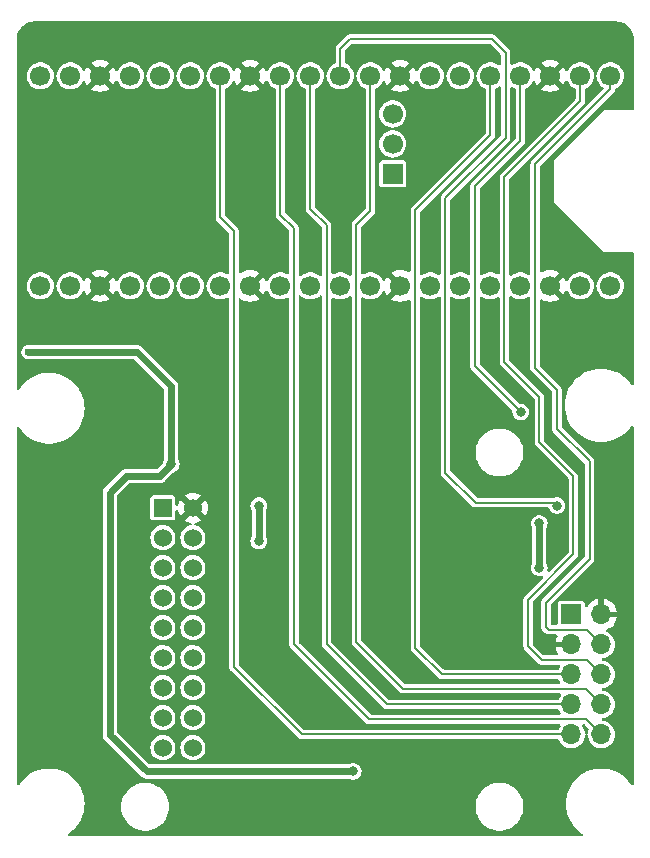
<source format=gbl>
%TF.GenerationSoftware,KiCad,Pcbnew,8.0.7*%
%TF.CreationDate,2025-01-09T23:37:41+05:30*%
%TF.ProjectId,pico_ov7670_adapter,7069636f-5f6f-4763-9736-37305f616461,rev?*%
%TF.SameCoordinates,Original*%
%TF.FileFunction,Copper,L2,Bot*%
%TF.FilePolarity,Positive*%
%FSLAX46Y46*%
G04 Gerber Fmt 4.6, Leading zero omitted, Abs format (unit mm)*
G04 Created by KiCad (PCBNEW 8.0.7) date 2025-01-09 23:37:41*
%MOMM*%
%LPD*%
G01*
G04 APERTURE LIST*
%TA.AperFunction,ComponentPad*%
%ADD10C,1.524000*%
%TD*%
%TA.AperFunction,ComponentPad*%
%ADD11R,1.524000X1.524000*%
%TD*%
%TA.AperFunction,ComponentPad*%
%ADD12C,1.700000*%
%TD*%
%TA.AperFunction,ComponentPad*%
%ADD13R,1.700000X1.700000*%
%TD*%
%TA.AperFunction,ComponentPad*%
%ADD14O,1.700000X1.700000*%
%TD*%
%TA.AperFunction,ViaPad*%
%ADD15C,0.800000*%
%TD*%
%TA.AperFunction,ViaPad*%
%ADD16C,0.600000*%
%TD*%
%TA.AperFunction,Conductor*%
%ADD17C,0.200000*%
%TD*%
%TA.AperFunction,Conductor*%
%ADD18C,0.600000*%
%TD*%
G04 APERTURE END LIST*
D10*
%TO.P,U1,1,RESET*%
%TO.N,OV_RST_PICO_IO14*%
X102878686Y-112000000D03*
%TO.P,U1,2,D1*%
%TO.N,OV_D1_PICO_IO1*%
X102878686Y-109460000D03*
%TO.P,U1,3,D3*%
%TO.N,OV_D3_PICO_IO3*%
X102878686Y-106920000D03*
%TO.P,U1,4,D5*%
%TO.N,OV_D5_PICO_IO5*%
X102878686Y-104380000D03*
%TO.P,U1,5,D7*%
%TO.N,OV_D7_PICO_IO7*%
X102878686Y-101840000D03*
%TO.P,U1,6,PCLK*%
%TO.N,OV_PCLK_PICO_IO9*%
X102878686Y-99300000D03*
%TO.P,U1,7,VSYNC*%
%TO.N,OV_VSYNC_PICO_IO10*%
X102878686Y-96760000D03*
%TO.P,U1,8,SCL*%
%TO.N,OV_SCL_PICO_IO13_SCL*%
X102878686Y-94220000D03*
D11*
%TO.P,U1,9,+3V3*%
%TO.N,+3V3*%
X102878686Y-91680000D03*
D10*
%TO.P,U1,10,GND*%
%TO.N,GND*%
X105418686Y-91680000D03*
%TO.P,U1,11,SDA*%
%TO.N,OV_SDA_PICO_IO12_SDA*%
X105418686Y-94220000D03*
%TO.P,U1,12,HREF*%
%TO.N,OV_HREF_PICO_IO11*%
X105418686Y-96760000D03*
%TO.P,U1,13,XCLK*%
%TO.N,OV_XCLK_PICO_IO8*%
X105418686Y-99300000D03*
%TO.P,U1,14,D6*%
%TO.N,OV_D6_PICO_IO6*%
X105418686Y-101840000D03*
%TO.P,U1,15,D4*%
%TO.N,OV_D4_PICO_IO4*%
X105418686Y-104380000D03*
%TO.P,U1,16,D2*%
%TO.N,OV_D2_PICO_IO2*%
X105418686Y-106920000D03*
%TO.P,U1,17,D0*%
%TO.N,OV_D0_PICO_IO0*%
X105418686Y-109460000D03*
%TO.P,U1,18,PWDWN*%
%TO.N,OV_PWDWN_PICO_IO15*%
X105418686Y-112000000D03*
%TD*%
D12*
%TO.P,U2,1,UART0_TX/I2C0_SDA/SPI0_RX/GP0*%
%TO.N,OV_D0_PICO_IO0*%
X92498686Y-72877500D03*
%TO.P,U2,2,UART0_RX/I2C0_SCL/SPI0_CSN/GP1*%
%TO.N,OV_D1_PICO_IO1*%
X95038686Y-72877500D03*
%TO.P,U2,3,GND*%
%TO.N,GND*%
X97578686Y-72877500D03*
%TO.P,U2,4,I2C1_SDA/SPI0_SCK/GP2*%
%TO.N,OV_D2_PICO_IO2*%
X100118686Y-72877500D03*
%TO.P,U2,5,I2C1_SCL/SPI0_TX/GP3*%
%TO.N,OV_D3_PICO_IO3*%
X102658686Y-72877500D03*
%TO.P,U2,6,UART1_TX/I2C0_SDA/SPI0_RX/GP4*%
%TO.N,OV_D4_PICO_IO4*%
X105198686Y-72877500D03*
%TO.P,U2,7,UART1_RX/I2C0_SCL/SPI0_CSN/GP5*%
%TO.N,OV_D5_PICO_IO5*%
X107738686Y-72877500D03*
%TO.P,U2,8,GND*%
%TO.N,GND*%
X110278686Y-72877500D03*
%TO.P,U2,9,I2C1_SDA/SPI0_SCK/GP6*%
%TO.N,OV_D6_PICO_IO6*%
X112818686Y-72877500D03*
%TO.P,U2,10,I2C1_SCL/SPI0_TX/GP7*%
%TO.N,OV_D7_PICO_IO7*%
X115358686Y-72877500D03*
%TO.P,U2,11,UART1_TX/I2C0_SDA/SPI1_RX/GP8*%
%TO.N,OV_SDA_PICO_IO12_SDA*%
X117898686Y-72877500D03*
%TO.P,U2,12,UART1_RX/I2C0_SCL/SPI1_CSN/GP9*%
%TO.N,OV_SCL_PICO_IO13_SCL*%
X120438686Y-72877500D03*
%TO.P,U2,13,GND*%
%TO.N,GND*%
X122978686Y-72877500D03*
%TO.P,U2,14,I2C1_SDA/SPI1_SCK/GP10*%
%TO.N,OV_HREF_PICO_IO11*%
X125518686Y-72877500D03*
%TO.P,U2,15,I2C1_SCL/SPI1_TX/GP11*%
%TO.N,OV_VSYNC_PICO_IO10*%
X128058686Y-72877500D03*
%TO.P,U2,16,UART0_TX/I2C0_SDA/SPI1_RX/GP12*%
%TO.N,Net-(U2-UART0_TX{slash}I2C0_SDA{slash}SPI1_RX{slash}GP12)*%
X130598686Y-72877500D03*
%TO.P,U2,17,UART0_RX/I2C0_SCL/SPI1_CSN/GP13*%
%TO.N,OV_PCLK_PICO_IO9*%
X133138686Y-72877500D03*
%TO.P,U2,18,GND*%
%TO.N,GND*%
X135678686Y-72877500D03*
%TO.P,U2,19,I2C1_SDA/SPI1_SCK/GP14*%
%TO.N,OV_PWDWN_PICO_IO15*%
X138218686Y-72877500D03*
%TO.P,U2,20,I2C1_SCL/SPI1_TX/GP15*%
%TO.N,OV_RST_PICO_IO14*%
X140758686Y-72877500D03*
%TO.P,U2,21,UART0_TX/I2C0_SDA/SPI0_RX/GP16*%
%TO.N,/PICO_IO16*%
X140758686Y-55097500D03*
%TO.P,U2,22,UART0_RX/I2C0_SCL/SPI0_CSN/GP17*%
%TO.N,/PICO_IO17*%
X138218686Y-55097500D03*
%TO.P,U2,23,GND*%
%TO.N,GND*%
X135678686Y-55097500D03*
%TO.P,U2,24,I2C1_SDA/SPI0_SCK/GP18*%
%TO.N,/USER_Button*%
X133138686Y-55097500D03*
%TO.P,U2,25,I2C1_SCL/SPI0_TX/GP19*%
%TO.N,/PICO_IO19*%
X130598686Y-55097500D03*
%TO.P,U2,26,I2C0_SDA/GP20*%
%TO.N,unconnected-(U2-I2C0_SDA{slash}GP20-Pad26)_1*%
X128058686Y-55097500D03*
%TO.P,U2,27,12C0_SCL/GP21*%
%TO.N,unconnected-(U2-12C0_SCL{slash}GP21-Pad27)*%
X125518686Y-55097500D03*
%TO.P,U2,28,GND*%
%TO.N,GND*%
X122978686Y-55097500D03*
%TO.P,U2,29,GP22*%
%TO.N,/PICO_IO22*%
X120438686Y-55097500D03*
%TO.P,U2,30,~{RUN}*%
%TO.N,/PICO_RESET*%
X117898686Y-55097500D03*
%TO.P,U2,31,I2C1_SDA/ADC0/GP26*%
%TO.N,/PICO_IO26*%
X115358686Y-55097500D03*
%TO.P,U2,32,I2C1_SCL/ADC1/GP27*%
%TO.N,/PICO_IO27*%
X112818686Y-55097500D03*
%TO.P,U2,33,AGND*%
%TO.N,GND*%
X110278686Y-55097500D03*
%TO.P,U2,34,ADC2_GP28*%
%TO.N,/PICO_IO28*%
X107738686Y-55097500D03*
%TO.P,U2,35,ADC_VREF*%
%TO.N,unconnected-(U2-ADC_VREF-Pad35)_1*%
X105198686Y-55097500D03*
%TO.P,U2,36,3V3_OUT*%
%TO.N,+3V3*%
X102658686Y-55097500D03*
%TO.P,U2,37,3V3_EN*%
%TO.N,unconnected-(U2-3V3_EN-Pad37)*%
X100118686Y-55097500D03*
%TO.P,U2,38,GND*%
%TO.N,GND*%
X97578686Y-55097500D03*
%TO.P,U2,39,VSYS*%
%TO.N,unconnected-(U2-VSYS-Pad39)_1*%
X95038686Y-55097500D03*
%TO.P,U2,40,VBUS*%
%TO.N,unconnected-(U2-VBUS-Pad40)*%
X92498686Y-55097500D03*
D13*
%TO.P,U2,E,SWCLK*%
%TO.N,unconnected-(U2-SWCLK-PadE)_1*%
X122328686Y-63403400D03*
D12*
%TO.P,U2,F,GND*%
%TO.N,unconnected-(U2-GND-PadF)*%
X122328686Y-60863400D03*
%TO.P,U2,G,SWDIO*%
%TO.N,unconnected-(U2-SWDIO-PadG)_1*%
X122328686Y-58323400D03*
%TD*%
D13*
%TO.P,J1,1,Pin_1*%
%TO.N,+3V3*%
X137460000Y-100710000D03*
D14*
%TO.P,J1,2,Pin_2*%
%TO.N,GND*%
X140000000Y-100710000D03*
%TO.P,J1,3,Pin_3*%
X137460000Y-103250000D03*
%TO.P,J1,4,Pin_4*%
%TO.N,/PICO_IO16*%
X140000000Y-103250000D03*
%TO.P,J1,5,Pin_5*%
%TO.N,/PICO_IO19*%
X137460000Y-105790000D03*
%TO.P,J1,6,Pin_6*%
%TO.N,/PICO_IO17*%
X140000000Y-105790000D03*
%TO.P,J1,7,Pin_7*%
%TO.N,/PICO_IO26*%
X137460000Y-108330000D03*
%TO.P,J1,8,Pin_8*%
%TO.N,/PICO_IO22*%
X140000000Y-108330000D03*
%TO.P,J1,9,Pin_9*%
%TO.N,/PICO_IO28*%
X137460000Y-110870000D03*
%TO.P,J1,10,Pin_10*%
%TO.N,/PICO_IO27*%
X140000000Y-110870000D03*
%TD*%
D15*
%TO.N,+3V3*%
X134750000Y-96750000D03*
X111000000Y-91500000D03*
X111000000Y-94500000D03*
%TO.N,GND*%
X118000000Y-93250000D03*
X115500000Y-102750000D03*
X142000000Y-92250000D03*
X142000000Y-91250000D03*
%TO.N,+3V3*%
X103600000Y-88000000D03*
X119000000Y-114000000D03*
%TO.N,/USER_Button*%
X133175000Y-83575000D03*
%TO.N,+3V3*%
X134750000Y-93000000D03*
%TO.N,/PICO_RESET*%
X136250000Y-91500000D03*
D16*
%TO.N,+3V3*%
X91500000Y-78500000D03*
%TO.N,GND*%
X130500000Y-69500000D03*
X125500000Y-69500000D03*
X128000000Y-69400000D03*
X127250000Y-104250000D03*
X132500000Y-69750000D03*
%TD*%
D17*
%TO.N,/PICO_RESET*%
X131900000Y-53150000D02*
X131900000Y-60350000D01*
X130750000Y-52000000D02*
X131900000Y-53150000D01*
X117898686Y-55097500D02*
X117898686Y-52801314D01*
X126800000Y-65450000D02*
X126800000Y-88700000D01*
X117898686Y-52801314D02*
X118700000Y-52000000D01*
X126800000Y-88700000D02*
X129350000Y-91250000D01*
X131900000Y-60350000D02*
X126800000Y-65450000D01*
X118700000Y-52000000D02*
X130750000Y-52000000D01*
X129350000Y-91250000D02*
X136250000Y-91250000D01*
%TO.N,/PICO_IO17*%
X131800000Y-63668686D02*
X138218686Y-57250000D01*
X138760000Y-104550000D02*
X134950000Y-104550000D01*
X140000000Y-105790000D02*
X138760000Y-104550000D01*
X138218686Y-57250000D02*
X138218686Y-55097500D01*
X137625000Y-95625000D02*
X137625000Y-89025000D01*
X137625000Y-89025000D02*
X134750000Y-86150000D01*
X133800000Y-103400000D02*
X133800000Y-99450000D01*
X134750000Y-86150000D02*
X134750000Y-82300000D01*
X134950000Y-104550000D02*
X133800000Y-103400000D01*
X131800000Y-79350000D02*
X131800000Y-63668686D01*
X134750000Y-82300000D02*
X131800000Y-79350000D01*
X133800000Y-99450000D02*
X137625000Y-95625000D01*
D18*
%TO.N,+3V3*%
X102600000Y-89000000D02*
X99775000Y-89000000D01*
X101500000Y-114000000D02*
X119000000Y-114000000D01*
X91500000Y-78500000D02*
X100700000Y-78500000D01*
X98375000Y-110875000D02*
X101500000Y-114000000D01*
X100700000Y-78500000D02*
X103600000Y-81400000D01*
X103600000Y-81400000D02*
X103600000Y-88000000D01*
X134750000Y-93000000D02*
X134750000Y-96750000D01*
X99775000Y-89000000D02*
X98375000Y-90400000D01*
X111000000Y-94500000D02*
X111000000Y-91500000D01*
X98375000Y-90400000D02*
X98375000Y-110875000D01*
X103600000Y-88000000D02*
X102600000Y-89000000D01*
D17*
%TO.N,/PICO_IO27*%
X113968686Y-68000000D02*
X112818686Y-66850000D01*
X140000000Y-110870000D02*
X138730000Y-109600000D01*
X138730000Y-109600000D02*
X120350000Y-109600000D01*
X120350000Y-109600000D02*
X113968686Y-103218686D01*
X112818686Y-66850000D02*
X112818686Y-55097500D01*
X113968686Y-103218686D02*
X113968686Y-68000000D01*
%TO.N,/PICO_IO22*%
X119250000Y-67750000D02*
X120438686Y-66561314D01*
X120438686Y-66561314D02*
X120438686Y-55097500D01*
X138670000Y-107000000D02*
X123250000Y-107000000D01*
X140000000Y-108330000D02*
X138670000Y-107000000D01*
X119250000Y-103000000D02*
X119250000Y-67750000D01*
X123250000Y-107000000D02*
X119250000Y-103000000D01*
%TO.N,/PICO_IO19*%
X124250000Y-66500000D02*
X124250000Y-103550000D01*
X130598686Y-60151314D02*
X124250000Y-66500000D01*
X130598686Y-55097500D02*
X130598686Y-60151314D01*
X126490000Y-105790000D02*
X137460000Y-105790000D01*
X124250000Y-103550000D02*
X126490000Y-105790000D01*
%TO.N,/PICO_IO28*%
X108888686Y-68250000D02*
X108888686Y-105138686D01*
X107738686Y-67100000D02*
X108888686Y-68250000D01*
X114620000Y-110870000D02*
X137460000Y-110870000D01*
X107738686Y-55097500D02*
X107738686Y-67100000D01*
X108888686Y-105138686D02*
X114620000Y-110870000D01*
%TO.N,/PICO_IO26*%
X116748686Y-103248686D02*
X121830000Y-108330000D01*
X115358686Y-66358686D02*
X116748686Y-67748686D01*
X121830000Y-108330000D02*
X137460000Y-108330000D01*
X115358686Y-55097500D02*
X115358686Y-66358686D01*
X116748686Y-67748686D02*
X116748686Y-103248686D01*
%TO.N,/PICO_IO16*%
X140000000Y-103250000D02*
X138750000Y-102000000D01*
X139000000Y-87750000D02*
X136250000Y-85000000D01*
X135550000Y-102000000D02*
X135300000Y-101750000D01*
X138750000Y-102000000D02*
X135550000Y-102000000D01*
X135300000Y-101750000D02*
X135300000Y-99700000D01*
X139000000Y-96000000D02*
X139000000Y-87750000D01*
X135300000Y-99700000D02*
X139000000Y-96000000D01*
X136250000Y-81700000D02*
X134400000Y-79850000D01*
X134400000Y-62600000D02*
X140750000Y-56250000D01*
X140750000Y-56250000D02*
X140758686Y-56250000D01*
X140758686Y-56250000D02*
X140758686Y-55097500D01*
X136250000Y-85000000D02*
X136250000Y-81700000D01*
X134400000Y-79850000D02*
X134400000Y-62600000D01*
%TO.N,/USER_Button*%
X133138686Y-55097500D02*
X133138686Y-60611314D01*
X133138686Y-60611314D02*
X129300000Y-64450000D01*
X129300000Y-64450000D02*
X129300000Y-79700000D01*
X129300000Y-79700000D02*
X133175000Y-83575000D01*
%TD*%
%TA.AperFunction,Conductor*%
%TO.N,GND*%
G36*
X111393611Y-73638871D02*
G01*
X111452285Y-73555080D01*
X111452287Y-73555076D01*
X111545980Y-73354152D01*
X111592152Y-73301712D01*
X111659346Y-73282560D01*
X111726227Y-73302776D01*
X111769362Y-73351285D01*
X111836318Y-73485753D01*
X111964813Y-73655906D01*
X111964814Y-73655907D01*
X112122384Y-73799552D01*
X112303667Y-73911798D01*
X112502488Y-73988821D01*
X112712076Y-74028000D01*
X112712078Y-74028000D01*
X112925294Y-74028000D01*
X112925296Y-74028000D01*
X113134884Y-73988821D01*
X113333705Y-73911798D01*
X113378909Y-73883808D01*
X113446269Y-73865253D01*
X113512968Y-73886061D01*
X113557830Y-73939627D01*
X113568186Y-73989236D01*
X113568186Y-103271412D01*
X113595479Y-103373275D01*
X113612800Y-103403275D01*
X113648206Y-103464599D01*
X120104087Y-109920480D01*
X120195412Y-109973207D01*
X120297273Y-110000500D01*
X120402727Y-110000500D01*
X136425892Y-110000500D01*
X136492931Y-110020185D01*
X136538686Y-110072989D01*
X136548630Y-110142147D01*
X136524846Y-110199227D01*
X136477632Y-110261746D01*
X136408407Y-110400771D01*
X136360904Y-110452009D01*
X136297407Y-110469500D01*
X114837255Y-110469500D01*
X114770216Y-110449815D01*
X114749574Y-110433181D01*
X109325505Y-105009112D01*
X109292020Y-104947789D01*
X109289186Y-104921431D01*
X109289186Y-91500000D01*
X110294355Y-91500000D01*
X110314859Y-91668869D01*
X110314860Y-91668874D01*
X110338243Y-91730529D01*
X110375182Y-91827930D01*
X110377549Y-91831360D01*
X110378509Y-91834269D01*
X110378668Y-91834572D01*
X110378617Y-91834598D01*
X110399433Y-91897713D01*
X110399500Y-91901800D01*
X110399500Y-94098199D01*
X110379815Y-94165238D01*
X110377551Y-94168638D01*
X110375182Y-94172069D01*
X110314860Y-94331125D01*
X110314859Y-94331130D01*
X110294355Y-94500000D01*
X110314859Y-94668869D01*
X110314860Y-94668874D01*
X110375182Y-94827931D01*
X110437475Y-94918177D01*
X110471817Y-94967929D01*
X110577505Y-95061560D01*
X110599150Y-95080736D01*
X110749773Y-95159789D01*
X110749775Y-95159790D01*
X110914944Y-95200500D01*
X111085056Y-95200500D01*
X111250225Y-95159790D01*
X111349458Y-95107708D01*
X111400849Y-95080736D01*
X111400850Y-95080734D01*
X111400852Y-95080734D01*
X111528183Y-94967929D01*
X111624818Y-94827930D01*
X111685140Y-94668872D01*
X111705645Y-94500000D01*
X111685140Y-94331128D01*
X111624818Y-94172070D01*
X111622448Y-94168637D01*
X111621489Y-94165727D01*
X111621331Y-94165426D01*
X111621381Y-94165399D01*
X111600567Y-94102283D01*
X111600500Y-94098199D01*
X111600500Y-91901800D01*
X111620185Y-91834761D01*
X111622429Y-91831389D01*
X111624818Y-91827930D01*
X111685140Y-91668872D01*
X111705645Y-91500000D01*
X111685140Y-91331128D01*
X111683364Y-91326446D01*
X111653129Y-91246720D01*
X111624818Y-91172070D01*
X111528183Y-91032071D01*
X111400852Y-90919266D01*
X111400849Y-90919263D01*
X111250226Y-90840210D01*
X111085056Y-90799500D01*
X110914944Y-90799500D01*
X110749773Y-90840210D01*
X110599150Y-90919263D01*
X110471816Y-91032072D01*
X110375182Y-91172068D01*
X110314860Y-91331125D01*
X110314859Y-91331130D01*
X110294355Y-91500000D01*
X109289186Y-91500000D01*
X109289186Y-74070891D01*
X109308871Y-74003852D01*
X109361675Y-73958097D01*
X109430833Y-73948153D01*
X109484310Y-73969317D01*
X109601100Y-74051095D01*
X109601106Y-74051099D01*
X109815193Y-74150929D01*
X109815202Y-74150933D01*
X110043359Y-74212067D01*
X110043370Y-74212069D01*
X110278684Y-74232657D01*
X110278688Y-74232657D01*
X110514001Y-74212069D01*
X110514012Y-74212067D01*
X110742169Y-74150933D01*
X110742178Y-74150929D01*
X110956266Y-74051099D01*
X111040057Y-73992425D01*
X110408094Y-73360462D01*
X110471679Y-73343425D01*
X110585693Y-73277599D01*
X110678785Y-73184507D01*
X110744611Y-73070493D01*
X110761648Y-73006908D01*
X111393611Y-73638871D01*
G37*
%TD.AperFunction*%
%TA.AperFunction,Conductor*%
G36*
X114574389Y-73719386D02*
G01*
X114576682Y-73721424D01*
X114662384Y-73799552D01*
X114843667Y-73911798D01*
X115042488Y-73988821D01*
X115252076Y-74028000D01*
X115252078Y-74028000D01*
X115465294Y-74028000D01*
X115465296Y-74028000D01*
X115674884Y-73988821D01*
X115873705Y-73911798D01*
X116054988Y-73799552D01*
X116140649Y-73721460D01*
X116203451Y-73690845D01*
X116272838Y-73699042D01*
X116326779Y-73743452D01*
X116348147Y-73809974D01*
X116348186Y-73813099D01*
X116348186Y-103301412D01*
X116375479Y-103403275D01*
X116401842Y-103448936D01*
X116428206Y-103494599D01*
X121584087Y-108650480D01*
X121675412Y-108703207D01*
X121777273Y-108730500D01*
X136297407Y-108730500D01*
X136364446Y-108750185D01*
X136408407Y-108799229D01*
X136477632Y-108938253D01*
X136524846Y-109000773D01*
X136549538Y-109066134D01*
X136534973Y-109134469D01*
X136485776Y-109184081D01*
X136425892Y-109199500D01*
X120567255Y-109199500D01*
X120500216Y-109179815D01*
X120479574Y-109163181D01*
X114405505Y-103089112D01*
X114372020Y-103027789D01*
X114369186Y-103001431D01*
X114369186Y-73813099D01*
X114388871Y-73746060D01*
X114441675Y-73700305D01*
X114510833Y-73690361D01*
X114574389Y-73719386D01*
G37*
%TD.AperFunction*%
%TA.AperFunction,Conductor*%
G36*
X118774152Y-73734309D02*
G01*
X118828092Y-73778718D01*
X118849461Y-73845240D01*
X118849500Y-73848366D01*
X118849500Y-102947273D01*
X118849500Y-103052727D01*
X118854795Y-103072489D01*
X118876793Y-103154589D01*
X118900679Y-103195959D01*
X118929520Y-103245913D01*
X123004087Y-107320480D01*
X123095412Y-107373207D01*
X123197273Y-107400500D01*
X123302727Y-107400500D01*
X136471202Y-107400500D01*
X136538241Y-107420185D01*
X136583996Y-107472989D01*
X136593940Y-107542147D01*
X136570156Y-107599227D01*
X136477632Y-107721746D01*
X136408407Y-107860771D01*
X136360904Y-107912009D01*
X136297407Y-107929500D01*
X122047255Y-107929500D01*
X121980216Y-107909815D01*
X121959574Y-107893181D01*
X117185505Y-103119112D01*
X117152020Y-103057789D01*
X117149186Y-103031431D01*
X117149186Y-73989236D01*
X117168871Y-73922197D01*
X117221675Y-73876442D01*
X117290833Y-73866498D01*
X117338462Y-73883808D01*
X117383667Y-73911798D01*
X117582488Y-73988821D01*
X117792076Y-74028000D01*
X117792078Y-74028000D01*
X118005294Y-74028000D01*
X118005296Y-74028000D01*
X118214884Y-73988821D01*
X118413705Y-73911798D01*
X118594988Y-73799552D01*
X118641961Y-73756729D01*
X118704765Y-73726112D01*
X118774152Y-73734309D01*
G37*
%TD.AperFunction*%
%TA.AperFunction,Conductor*%
G36*
X122512761Y-73070493D02*
G01*
X122578587Y-73184507D01*
X122671679Y-73277599D01*
X122785693Y-73343425D01*
X122849275Y-73360462D01*
X122217312Y-73992426D01*
X122301103Y-74051098D01*
X122301107Y-74051100D01*
X122515193Y-74150929D01*
X122515202Y-74150933D01*
X122743359Y-74212067D01*
X122743370Y-74212069D01*
X122978684Y-74232657D01*
X122978688Y-74232657D01*
X123214001Y-74212069D01*
X123214012Y-74212067D01*
X123442169Y-74150933D01*
X123442178Y-74150929D01*
X123656264Y-74051100D01*
X123660952Y-74048394D01*
X123661827Y-74049911D01*
X123720574Y-74030095D01*
X123788342Y-74047101D01*
X123836159Y-74098045D01*
X123849500Y-74153997D01*
X123849500Y-103602726D01*
X123876793Y-103704589D01*
X123883338Y-103715925D01*
X123929520Y-103795913D01*
X126169519Y-106035912D01*
X126169520Y-106035913D01*
X126244087Y-106110480D01*
X126335413Y-106163207D01*
X126437273Y-106190500D01*
X126542727Y-106190500D01*
X136297407Y-106190500D01*
X136364446Y-106210185D01*
X136408407Y-106259229D01*
X136477633Y-106398254D01*
X136479538Y-106400777D01*
X136480074Y-106402198D01*
X136480653Y-106403132D01*
X136480470Y-106403245D01*
X136504227Y-106466139D01*
X136489660Y-106534473D01*
X136440461Y-106584084D01*
X136380581Y-106599500D01*
X123467255Y-106599500D01*
X123400216Y-106579815D01*
X123379574Y-106563181D01*
X119686819Y-102870426D01*
X119653334Y-102809103D01*
X119650500Y-102782745D01*
X119650500Y-73965282D01*
X119670185Y-73898243D01*
X119722989Y-73852488D01*
X119792147Y-73842544D01*
X119839774Y-73859853D01*
X119923667Y-73911798D01*
X120122488Y-73988821D01*
X120332076Y-74028000D01*
X120332078Y-74028000D01*
X120545294Y-74028000D01*
X120545296Y-74028000D01*
X120754884Y-73988821D01*
X120953705Y-73911798D01*
X121134988Y-73799552D01*
X121292558Y-73655907D01*
X121421052Y-73485755D01*
X121488011Y-73351281D01*
X121535511Y-73300048D01*
X121603174Y-73282626D01*
X121669514Y-73304551D01*
X121711391Y-73354151D01*
X121805084Y-73555076D01*
X121863759Y-73638872D01*
X122495723Y-73006908D01*
X122512761Y-73070493D01*
G37*
%TD.AperFunction*%
%TA.AperFunction,Conductor*%
G36*
X129899235Y-73797173D02*
G01*
X129902380Y-73799549D01*
X129902384Y-73799552D01*
X130083667Y-73911798D01*
X130282488Y-73988821D01*
X130492076Y-74028000D01*
X130492078Y-74028000D01*
X130705294Y-74028000D01*
X130705296Y-74028000D01*
X130914884Y-73988821D01*
X131113705Y-73911798D01*
X131210225Y-73852035D01*
X131277582Y-73833480D01*
X131344282Y-73854288D01*
X131389144Y-73907853D01*
X131399500Y-73957463D01*
X131399500Y-79402726D01*
X131426793Y-79504589D01*
X131443836Y-79534107D01*
X131479520Y-79595913D01*
X131479522Y-79595915D01*
X134313181Y-82429574D01*
X134346666Y-82490897D01*
X134349500Y-82517255D01*
X134349500Y-86097273D01*
X134349500Y-86202727D01*
X134360806Y-86244923D01*
X134376793Y-86304589D01*
X134403156Y-86350250D01*
X134429520Y-86395913D01*
X134429522Y-86395915D01*
X137188181Y-89154574D01*
X137221666Y-89215897D01*
X137224500Y-89242255D01*
X137224500Y-95407745D01*
X137204815Y-95474784D01*
X137188181Y-95495426D01*
X135641856Y-97041750D01*
X135580533Y-97075235D01*
X135510841Y-97070251D01*
X135454908Y-97028379D01*
X135430491Y-96962915D01*
X135433780Y-96924386D01*
X135435136Y-96918881D01*
X135435140Y-96918872D01*
X135455645Y-96750000D01*
X135435140Y-96581128D01*
X135374818Y-96422070D01*
X135372448Y-96418637D01*
X135371489Y-96415727D01*
X135371331Y-96415426D01*
X135371381Y-96415399D01*
X135350567Y-96352283D01*
X135350500Y-96348199D01*
X135350500Y-93401800D01*
X135370185Y-93334761D01*
X135372429Y-93331389D01*
X135374818Y-93327930D01*
X135435140Y-93168872D01*
X135455645Y-93000000D01*
X135435140Y-92831128D01*
X135374818Y-92672070D01*
X135278183Y-92532071D01*
X135150852Y-92419266D01*
X135150849Y-92419263D01*
X135000226Y-92340210D01*
X134835056Y-92299500D01*
X134664944Y-92299500D01*
X134499773Y-92340210D01*
X134349150Y-92419263D01*
X134221816Y-92532072D01*
X134125182Y-92672068D01*
X134064860Y-92831125D01*
X134064859Y-92831130D01*
X134044355Y-93000000D01*
X134064859Y-93168869D01*
X134064860Y-93168874D01*
X134125181Y-93327928D01*
X134125182Y-93327930D01*
X134127549Y-93331360D01*
X134128509Y-93334269D01*
X134128668Y-93334572D01*
X134128617Y-93334598D01*
X134149433Y-93397713D01*
X134149500Y-93401800D01*
X134149500Y-96348199D01*
X134129815Y-96415238D01*
X134127551Y-96418638D01*
X134125182Y-96422069D01*
X134064860Y-96581125D01*
X134064859Y-96581130D01*
X134044355Y-96750000D01*
X134064859Y-96918869D01*
X134064860Y-96918874D01*
X134125182Y-97077931D01*
X134187475Y-97168177D01*
X134221817Y-97217929D01*
X134327505Y-97311560D01*
X134349150Y-97330736D01*
X134499773Y-97409789D01*
X134499775Y-97409790D01*
X134664944Y-97450500D01*
X134835056Y-97450500D01*
X134931426Y-97426747D01*
X135001227Y-97429816D01*
X135058289Y-97470136D01*
X135084495Y-97534905D01*
X135071523Y-97603560D01*
X135048781Y-97634825D01*
X133479522Y-99204084D01*
X133479518Y-99204090D01*
X133426792Y-99295412D01*
X133426793Y-99295413D01*
X133399500Y-99397273D01*
X133399500Y-103347273D01*
X133399500Y-103452727D01*
X133413146Y-103503657D01*
X133426793Y-103554589D01*
X133453156Y-103600250D01*
X133479520Y-103645913D01*
X133479521Y-103645914D01*
X133479522Y-103645915D01*
X134625179Y-104791571D01*
X134625189Y-104791582D01*
X134629519Y-104795912D01*
X134629520Y-104795913D01*
X134704087Y-104870480D01*
X134742700Y-104892773D01*
X134795413Y-104923207D01*
X134897273Y-104950501D01*
X134897275Y-104950501D01*
X135010323Y-104950501D01*
X135010339Y-104950500D01*
X136403237Y-104950500D01*
X136470276Y-104970185D01*
X136516031Y-105022989D01*
X136525975Y-105092147D01*
X136502190Y-105149228D01*
X136477633Y-105181745D01*
X136408407Y-105320771D01*
X136360904Y-105372009D01*
X136297407Y-105389500D01*
X126707255Y-105389500D01*
X126640216Y-105369815D01*
X126619574Y-105353181D01*
X124686819Y-103420426D01*
X124653334Y-103359103D01*
X124650500Y-103332745D01*
X124650500Y-73915748D01*
X124670185Y-73848709D01*
X124722989Y-73802954D01*
X124792147Y-73793010D01*
X124839774Y-73810319D01*
X125003667Y-73911798D01*
X125202488Y-73988821D01*
X125412076Y-74028000D01*
X125412078Y-74028000D01*
X125625294Y-74028000D01*
X125625296Y-74028000D01*
X125834884Y-73988821D01*
X126033705Y-73911798D01*
X126210224Y-73802501D01*
X126277583Y-73783946D01*
X126344282Y-73804754D01*
X126389144Y-73858319D01*
X126399500Y-73907929D01*
X126399500Y-88752726D01*
X126426793Y-88854589D01*
X126453156Y-88900250D01*
X126479520Y-88945913D01*
X126479521Y-88945914D01*
X126479522Y-88945915D01*
X129025179Y-91491571D01*
X129025189Y-91491582D01*
X129029519Y-91495912D01*
X129029520Y-91495913D01*
X129104087Y-91570480D01*
X129195413Y-91623207D01*
X129297273Y-91650501D01*
X129297275Y-91650501D01*
X129410323Y-91650501D01*
X129410339Y-91650500D01*
X135472301Y-91650500D01*
X135539340Y-91670185D01*
X135585095Y-91722989D01*
X135588243Y-91730529D01*
X135625182Y-91827930D01*
X135625182Y-91827931D01*
X135658418Y-91876081D01*
X135721817Y-91967929D01*
X135827505Y-92061560D01*
X135849150Y-92080736D01*
X135987564Y-92153381D01*
X135999775Y-92159790D01*
X136164944Y-92200500D01*
X136335056Y-92200500D01*
X136500225Y-92159790D01*
X136588857Y-92113272D01*
X136650849Y-92080736D01*
X136650850Y-92080734D01*
X136650852Y-92080734D01*
X136778183Y-91967929D01*
X136874818Y-91827930D01*
X136935140Y-91668872D01*
X136955645Y-91500000D01*
X136935140Y-91331128D01*
X136933364Y-91326446D01*
X136903129Y-91246720D01*
X136874818Y-91172070D01*
X136778183Y-91032071D01*
X136650852Y-90919266D01*
X136650849Y-90919263D01*
X136500226Y-90840210D01*
X136335056Y-90799500D01*
X136164944Y-90799500D01*
X135999776Y-90840209D01*
X135996527Y-90841442D01*
X135952555Y-90849500D01*
X129567254Y-90849500D01*
X129500215Y-90829815D01*
X129479573Y-90813181D01*
X127236819Y-88570426D01*
X127203334Y-88509103D01*
X127200500Y-88482745D01*
X127200500Y-87000000D01*
X129350307Y-87000000D01*
X129369198Y-87276197D01*
X129425522Y-87547241D01*
X129425526Y-87547255D01*
X129518233Y-87808106D01*
X129645600Y-88053914D01*
X129645604Y-88053920D01*
X129805248Y-88280084D01*
X129805254Y-88280091D01*
X129994213Y-88482415D01*
X130057751Y-88534107D01*
X130208960Y-88657125D01*
X130208962Y-88657126D01*
X130208963Y-88657127D01*
X130445501Y-88800969D01*
X130445506Y-88800971D01*
X130699418Y-88911260D01*
X130699423Y-88911262D01*
X130966000Y-88985954D01*
X131240262Y-89023649D01*
X131240263Y-89023650D01*
X131240265Y-89023650D01*
X131517109Y-89023650D01*
X131517109Y-89023649D01*
X131791372Y-88985954D01*
X132057949Y-88911262D01*
X132311872Y-88800968D01*
X132548412Y-88657125D01*
X132763162Y-88482412D01*
X132952122Y-88280086D01*
X133111772Y-88053913D01*
X133239138Y-87808108D01*
X133331847Y-87547250D01*
X133340817Y-87504087D01*
X133388173Y-87276197D01*
X133407065Y-87000000D01*
X133388173Y-86723802D01*
X133331847Y-86452750D01*
X133239138Y-86191892D01*
X133111772Y-85946087D01*
X133111771Y-85946085D01*
X133111767Y-85946079D01*
X132952123Y-85719915D01*
X132952117Y-85719908D01*
X132763158Y-85517584D01*
X132548408Y-85342872D01*
X132311870Y-85199030D01*
X132311865Y-85199028D01*
X132057953Y-85088739D01*
X131791377Y-85014047D01*
X131791369Y-85014045D01*
X131517109Y-84976350D01*
X131517107Y-84976350D01*
X131240265Y-84976350D01*
X131240263Y-84976350D01*
X130966002Y-85014045D01*
X130965994Y-85014047D01*
X130699418Y-85088739D01*
X130445506Y-85199028D01*
X130445501Y-85199030D01*
X130208963Y-85342872D01*
X129994213Y-85517584D01*
X129805254Y-85719908D01*
X129805248Y-85719915D01*
X129645604Y-85946079D01*
X129645600Y-85946085D01*
X129518233Y-86191893D01*
X129425526Y-86452744D01*
X129425522Y-86452758D01*
X129369198Y-86723802D01*
X129350307Y-87000000D01*
X127200500Y-87000000D01*
X127200500Y-73921940D01*
X127220185Y-73854901D01*
X127272989Y-73809146D01*
X127342147Y-73799202D01*
X127389775Y-73816512D01*
X127543667Y-73911798D01*
X127742488Y-73988821D01*
X127952076Y-74028000D01*
X127952078Y-74028000D01*
X128165294Y-74028000D01*
X128165296Y-74028000D01*
X128374884Y-73988821D01*
X128573705Y-73911798D01*
X128710224Y-73827268D01*
X128777583Y-73808713D01*
X128844282Y-73829521D01*
X128889144Y-73883086D01*
X128899500Y-73932696D01*
X128899500Y-79752726D01*
X128926793Y-79854589D01*
X128953156Y-79900250D01*
X128979520Y-79945913D01*
X130716695Y-81683088D01*
X132441739Y-83408131D01*
X132475224Y-83469454D01*
X132477154Y-83510756D01*
X132469355Y-83574997D01*
X132469355Y-83574999D01*
X132489859Y-83743869D01*
X132489860Y-83743874D01*
X132550182Y-83902931D01*
X132577033Y-83941830D01*
X132646817Y-84042929D01*
X132752505Y-84136560D01*
X132774150Y-84155736D01*
X132924773Y-84234789D01*
X132924775Y-84234790D01*
X133089944Y-84275500D01*
X133260056Y-84275500D01*
X133425225Y-84234790D01*
X133504692Y-84193081D01*
X133575849Y-84155736D01*
X133575850Y-84155734D01*
X133575852Y-84155734D01*
X133703183Y-84042929D01*
X133799818Y-83902930D01*
X133860140Y-83743872D01*
X133880645Y-83575000D01*
X133860140Y-83406128D01*
X133799818Y-83247070D01*
X133703183Y-83107071D01*
X133608316Y-83023026D01*
X133575849Y-82994263D01*
X133425226Y-82915210D01*
X133260056Y-82874500D01*
X133092254Y-82874500D01*
X133025215Y-82854815D01*
X133004573Y-82838181D01*
X129736819Y-79570426D01*
X129703334Y-79509103D01*
X129700500Y-79482745D01*
X129700500Y-73896121D01*
X129720185Y-73829082D01*
X129772989Y-73783327D01*
X129842147Y-73773383D01*
X129899235Y-73797173D01*
G37*
%TD.AperFunction*%
%TA.AperFunction,Conductor*%
G36*
X132405703Y-73766165D02*
G01*
X132408030Y-73768234D01*
X132442384Y-73799552D01*
X132623667Y-73911798D01*
X132822488Y-73988821D01*
X133032076Y-74028000D01*
X133032078Y-74028000D01*
X133245294Y-74028000D01*
X133245296Y-74028000D01*
X133454884Y-73988821D01*
X133653705Y-73911798D01*
X133810223Y-73814885D01*
X133877583Y-73796330D01*
X133944282Y-73817138D01*
X133989144Y-73870704D01*
X133999500Y-73920313D01*
X133999500Y-79902726D01*
X134026793Y-80004589D01*
X134053156Y-80050250D01*
X134079520Y-80095913D01*
X134079522Y-80095915D01*
X135813181Y-81829574D01*
X135846666Y-81890897D01*
X135849500Y-81917255D01*
X135849500Y-85052726D01*
X135876793Y-85154589D01*
X135890521Y-85178365D01*
X135929520Y-85245913D01*
X135929522Y-85245915D01*
X138563181Y-87879574D01*
X138596666Y-87940897D01*
X138599500Y-87967255D01*
X138599500Y-95782745D01*
X138579815Y-95849784D01*
X138563181Y-95870426D01*
X134979522Y-99454084D01*
X134979518Y-99454090D01*
X134926792Y-99545412D01*
X134926793Y-99545413D01*
X134899500Y-99647273D01*
X134899500Y-101802726D01*
X134926793Y-101904589D01*
X134953156Y-101950250D01*
X134979520Y-101995913D01*
X135229519Y-102245912D01*
X135229520Y-102245913D01*
X135304087Y-102320480D01*
X135395413Y-102373207D01*
X135497273Y-102400500D01*
X136171927Y-102400500D01*
X136238966Y-102420185D01*
X136284721Y-102472989D01*
X136294665Y-102542147D01*
X136284309Y-102576905D01*
X136186570Y-102786507D01*
X136186567Y-102786513D01*
X136129364Y-102999999D01*
X136129364Y-103000000D01*
X137026988Y-103000000D01*
X136994075Y-103057007D01*
X136960000Y-103184174D01*
X136960000Y-103315826D01*
X136994075Y-103442993D01*
X137026988Y-103500000D01*
X136129364Y-103500000D01*
X136186567Y-103713486D01*
X136186570Y-103713492D01*
X136286399Y-103927578D01*
X136305164Y-103954376D01*
X136327491Y-104020582D01*
X136310481Y-104088350D01*
X136259533Y-104136163D01*
X136203589Y-104149500D01*
X135167254Y-104149500D01*
X135100215Y-104129815D01*
X135079573Y-104113181D01*
X134236819Y-103270426D01*
X134203334Y-103209103D01*
X134200500Y-103182745D01*
X134200500Y-99667255D01*
X134220185Y-99600216D01*
X134236819Y-99579574D01*
X136070023Y-97746370D01*
X137945480Y-95870913D01*
X137998207Y-95779588D01*
X138025500Y-95677727D01*
X138025500Y-95572273D01*
X138025500Y-88972273D01*
X137998207Y-88870413D01*
X137998207Y-88870412D01*
X137945480Y-88779087D01*
X135186819Y-86020426D01*
X135153334Y-85959103D01*
X135150500Y-85932745D01*
X135150500Y-82247275D01*
X135150500Y-82247273D01*
X135123207Y-82145413D01*
X135123207Y-82145412D01*
X135070480Y-82054087D01*
X132236819Y-79220426D01*
X132203334Y-79159103D01*
X132200500Y-79132745D01*
X132200500Y-73859878D01*
X132220185Y-73792839D01*
X132272989Y-73747084D01*
X132342147Y-73737140D01*
X132405703Y-73766165D01*
G37*
%TD.AperFunction*%
%TA.AperFunction,Conductor*%
G36*
X111393611Y-55858871D02*
G01*
X111452285Y-55775080D01*
X111452287Y-55775076D01*
X111545980Y-55574152D01*
X111592152Y-55521712D01*
X111659346Y-55502560D01*
X111726227Y-55522776D01*
X111769362Y-55571285D01*
X111836318Y-55705753D01*
X111964813Y-55875906D01*
X111964814Y-55875907D01*
X112122384Y-56019552D01*
X112303667Y-56131798D01*
X112338981Y-56145478D01*
X112394380Y-56188048D01*
X112417972Y-56253814D01*
X112418186Y-56261104D01*
X112418186Y-66797273D01*
X112418186Y-66902727D01*
X112426594Y-66934107D01*
X112445479Y-67004589D01*
X112470123Y-67047273D01*
X112498206Y-67095913D01*
X112498207Y-67095914D01*
X112498208Y-67095915D01*
X113531867Y-68129573D01*
X113565352Y-68190896D01*
X113568186Y-68217254D01*
X113568186Y-71765763D01*
X113548501Y-71832802D01*
X113495697Y-71878557D01*
X113426539Y-71888501D01*
X113378910Y-71871191D01*
X113333707Y-71843203D01*
X113333703Y-71843201D01*
X113185230Y-71785683D01*
X113134884Y-71766179D01*
X112925296Y-71727000D01*
X112712076Y-71727000D01*
X112502488Y-71766179D01*
X112502485Y-71766179D01*
X112502485Y-71766180D01*
X112303668Y-71843201D01*
X112303666Y-71843202D01*
X112122385Y-71955447D01*
X111964813Y-72099093D01*
X111836320Y-72269244D01*
X111769362Y-72403715D01*
X111721859Y-72454952D01*
X111654196Y-72472373D01*
X111587856Y-72450447D01*
X111545980Y-72400848D01*
X111452287Y-72199924D01*
X111393611Y-72116126D01*
X110761648Y-72748090D01*
X110744611Y-72684507D01*
X110678785Y-72570493D01*
X110585693Y-72477401D01*
X110471679Y-72411575D01*
X110408094Y-72394537D01*
X111040058Y-71762573D01*
X110956262Y-71703898D01*
X110742178Y-71604070D01*
X110742169Y-71604066D01*
X110514012Y-71542932D01*
X110514001Y-71542930D01*
X110278688Y-71522343D01*
X110278684Y-71522343D01*
X110043370Y-71542930D01*
X110043359Y-71542932D01*
X109815202Y-71604066D01*
X109815193Y-71604070D01*
X109601108Y-71703899D01*
X109601106Y-71703900D01*
X109484309Y-71785683D01*
X109418103Y-71808010D01*
X109350336Y-71791000D01*
X109302523Y-71740052D01*
X109289186Y-71684108D01*
X109289186Y-68312729D01*
X109289187Y-68312716D01*
X109289187Y-68197274D01*
X109261892Y-68095410D01*
X109261890Y-68095407D01*
X109237250Y-68052731D01*
X109237248Y-68052727D01*
X109209166Y-68004087D01*
X109134599Y-67929520D01*
X109134598Y-67929519D01*
X109130268Y-67925189D01*
X109130257Y-67925179D01*
X108175505Y-66970426D01*
X108142020Y-66909103D01*
X108139186Y-66882745D01*
X108139186Y-56261104D01*
X108158871Y-56194065D01*
X108211675Y-56148310D01*
X108218356Y-56145491D01*
X108253705Y-56131798D01*
X108434988Y-56019552D01*
X108592558Y-55875907D01*
X108721052Y-55705755D01*
X108788011Y-55571281D01*
X108835511Y-55520048D01*
X108903174Y-55502626D01*
X108969514Y-55524551D01*
X109011391Y-55574151D01*
X109105084Y-55775076D01*
X109163759Y-55858872D01*
X109795723Y-55226908D01*
X109812761Y-55290493D01*
X109878587Y-55404507D01*
X109971679Y-55497599D01*
X110085693Y-55563425D01*
X110149277Y-55580462D01*
X109517312Y-56212426D01*
X109601103Y-56271098D01*
X109601107Y-56271100D01*
X109815193Y-56370929D01*
X109815202Y-56370933D01*
X110043359Y-56432067D01*
X110043370Y-56432069D01*
X110278684Y-56452657D01*
X110278688Y-56452657D01*
X110514001Y-56432069D01*
X110514012Y-56432067D01*
X110742169Y-56370933D01*
X110742178Y-56370929D01*
X110956266Y-56271099D01*
X111040057Y-56212425D01*
X110408094Y-55580462D01*
X110471679Y-55563425D01*
X110585693Y-55497599D01*
X110678785Y-55404507D01*
X110744611Y-55290493D01*
X110761648Y-55226908D01*
X111393611Y-55858871D01*
G37*
%TD.AperFunction*%
%TA.AperFunction,Conductor*%
G36*
X136793611Y-55858871D02*
G01*
X136852285Y-55775080D01*
X136852287Y-55775076D01*
X136945980Y-55574152D01*
X136992152Y-55521712D01*
X137059346Y-55502560D01*
X137126227Y-55522776D01*
X137169362Y-55571285D01*
X137236318Y-55705753D01*
X137364813Y-55875906D01*
X137364814Y-55875907D01*
X137522384Y-56019552D01*
X137703667Y-56131798D01*
X137738981Y-56145478D01*
X137794380Y-56188048D01*
X137817972Y-56253814D01*
X137818186Y-56261104D01*
X137818186Y-57032745D01*
X137798501Y-57099784D01*
X137781867Y-57120426D01*
X131479522Y-63422770D01*
X131479518Y-63422776D01*
X131426792Y-63514098D01*
X131426793Y-63514099D01*
X131399500Y-63615959D01*
X131399500Y-71797536D01*
X131379815Y-71864575D01*
X131327011Y-71910330D01*
X131257853Y-71920274D01*
X131210223Y-71902963D01*
X131113710Y-71843205D01*
X131113707Y-71843203D01*
X131113705Y-71843202D01*
X131113704Y-71843201D01*
X131113703Y-71843201D01*
X130965230Y-71785683D01*
X130914884Y-71766179D01*
X130705296Y-71727000D01*
X130492076Y-71727000D01*
X130282488Y-71766179D01*
X130282485Y-71766179D01*
X130282485Y-71766180D01*
X130083668Y-71843201D01*
X130083666Y-71843202D01*
X129902382Y-71955449D01*
X129899227Y-71957832D01*
X129833866Y-71982524D01*
X129765531Y-71967959D01*
X129715919Y-71918762D01*
X129700500Y-71858878D01*
X129700500Y-64667255D01*
X129720185Y-64600216D01*
X129736819Y-64579574D01*
X131586820Y-62729573D01*
X133459166Y-60857227D01*
X133511893Y-60765902D01*
X133539186Y-60664041D01*
X133539186Y-60558587D01*
X133539186Y-56261104D01*
X133558871Y-56194065D01*
X133611675Y-56148310D01*
X133618356Y-56145491D01*
X133653705Y-56131798D01*
X133834988Y-56019552D01*
X133992558Y-55875907D01*
X134121052Y-55705755D01*
X134188011Y-55571281D01*
X134235511Y-55520048D01*
X134303174Y-55502626D01*
X134369514Y-55524551D01*
X134411391Y-55574151D01*
X134505084Y-55775076D01*
X134563759Y-55858872D01*
X135195723Y-55226908D01*
X135212761Y-55290493D01*
X135278587Y-55404507D01*
X135371679Y-55497599D01*
X135485693Y-55563425D01*
X135549277Y-55580462D01*
X134917312Y-56212426D01*
X135001103Y-56271098D01*
X135001107Y-56271100D01*
X135215193Y-56370929D01*
X135215202Y-56370933D01*
X135443359Y-56432067D01*
X135443370Y-56432069D01*
X135678684Y-56452657D01*
X135678688Y-56452657D01*
X135914001Y-56432069D01*
X135914012Y-56432067D01*
X136142169Y-56370933D01*
X136142178Y-56370929D01*
X136356266Y-56271099D01*
X136440057Y-56212425D01*
X135808094Y-55580462D01*
X135871679Y-55563425D01*
X135985693Y-55497599D01*
X136078785Y-55404507D01*
X136144611Y-55290493D01*
X136161648Y-55226908D01*
X136793611Y-55858871D01*
G37*
%TD.AperFunction*%
%TA.AperFunction,Conductor*%
G36*
X131424105Y-55999870D02*
G01*
X131478064Y-56044257D01*
X131499459Y-56110770D01*
X131499500Y-56113947D01*
X131499500Y-60132745D01*
X131479815Y-60199784D01*
X131463181Y-60220426D01*
X126479522Y-65204084D01*
X126479518Y-65204090D01*
X126426792Y-65295412D01*
X126426793Y-65295413D01*
X126399500Y-65397273D01*
X126399500Y-71847070D01*
X126379815Y-71914109D01*
X126327011Y-71959864D01*
X126257853Y-71969808D01*
X126210222Y-71952497D01*
X126033705Y-71843202D01*
X126033703Y-71843201D01*
X125885230Y-71785683D01*
X125834884Y-71766179D01*
X125625296Y-71727000D01*
X125412076Y-71727000D01*
X125202488Y-71766179D01*
X125202485Y-71766179D01*
X125202485Y-71766180D01*
X125003668Y-71843201D01*
X125003661Y-71843205D01*
X124839777Y-71944678D01*
X124772417Y-71963233D01*
X124705717Y-71942425D01*
X124660856Y-71888860D01*
X124650500Y-71839251D01*
X124650500Y-66717255D01*
X124670185Y-66650216D01*
X124686819Y-66629574D01*
X127802295Y-63514098D01*
X130919166Y-60397227D01*
X130971893Y-60305902D01*
X130999186Y-60204041D01*
X130999186Y-60098587D01*
X130999186Y-56261104D01*
X131018871Y-56194065D01*
X131071675Y-56148310D01*
X131078356Y-56145491D01*
X131113705Y-56131798D01*
X131294988Y-56019552D01*
X131294991Y-56019549D01*
X131299562Y-56016098D01*
X131300952Y-56017938D01*
X131354714Y-55991702D01*
X131424105Y-55999870D01*
G37*
%TD.AperFunction*%
%TA.AperFunction,Conductor*%
G36*
X132489773Y-56048894D02*
G01*
X132623667Y-56131798D01*
X132658981Y-56145478D01*
X132714380Y-56188048D01*
X132737972Y-56253814D01*
X132738186Y-56261104D01*
X132738186Y-60394059D01*
X132718501Y-60461098D01*
X132701867Y-60481740D01*
X128979522Y-64204084D01*
X128979518Y-64204090D01*
X128926792Y-64295412D01*
X128926793Y-64295413D01*
X128899500Y-64397273D01*
X128899500Y-71822303D01*
X128879815Y-71889342D01*
X128827011Y-71935097D01*
X128757853Y-71945041D01*
X128710223Y-71927730D01*
X128573710Y-71843205D01*
X128573707Y-71843203D01*
X128573705Y-71843202D01*
X128573704Y-71843201D01*
X128573703Y-71843201D01*
X128425230Y-71785683D01*
X128374884Y-71766179D01*
X128165296Y-71727000D01*
X127952076Y-71727000D01*
X127742488Y-71766179D01*
X127742485Y-71766179D01*
X127742485Y-71766180D01*
X127543668Y-71843201D01*
X127543661Y-71843205D01*
X127389777Y-71938486D01*
X127322417Y-71957041D01*
X127255717Y-71936233D01*
X127210856Y-71882668D01*
X127200500Y-71833059D01*
X127200500Y-65667255D01*
X127220185Y-65600216D01*
X127236819Y-65579574D01*
X129393623Y-63422770D01*
X132220480Y-60595913D01*
X132273207Y-60504588D01*
X132300500Y-60402727D01*
X132300500Y-60297273D01*
X132300500Y-56154323D01*
X132320185Y-56087284D01*
X132372989Y-56041529D01*
X132442147Y-56031585D01*
X132489773Y-56048894D01*
G37*
%TD.AperFunction*%
%TA.AperFunction,Conductor*%
G36*
X141254418Y-50500816D02*
G01*
X141454561Y-50515130D01*
X141472063Y-50517647D01*
X141663797Y-50559355D01*
X141680755Y-50564334D01*
X141864609Y-50632909D01*
X141880701Y-50640259D01*
X142052904Y-50734288D01*
X142067784Y-50743849D01*
X142224867Y-50861441D01*
X142238237Y-50873027D01*
X142376972Y-51011762D01*
X142388558Y-51025132D01*
X142506146Y-51182210D01*
X142515711Y-51197095D01*
X142609740Y-51369298D01*
X142617090Y-51385390D01*
X142685662Y-51569236D01*
X142690646Y-51586212D01*
X142732351Y-51777931D01*
X142734869Y-51795442D01*
X142749184Y-51995580D01*
X142749500Y-52004427D01*
X142749500Y-57876000D01*
X142729815Y-57943039D01*
X142677011Y-57988794D01*
X142625500Y-58000000D01*
X140249999Y-58000000D01*
X136000000Y-62249999D01*
X136000000Y-62250000D01*
X136000000Y-65750000D01*
X140250000Y-70000000D01*
X142625500Y-70000000D01*
X142692539Y-70019685D01*
X142738294Y-70072489D01*
X142749500Y-70124000D01*
X142749500Y-81150574D01*
X142729815Y-81217613D01*
X142677011Y-81263368D01*
X142607853Y-81273312D01*
X142544297Y-81244287D01*
X142524371Y-81222330D01*
X142417680Y-81071964D01*
X142414022Y-81067871D01*
X142186607Y-80813393D01*
X141928036Y-80582320D01*
X141928033Y-80582318D01*
X141928031Y-80582316D01*
X141645227Y-80381655D01*
X141645222Y-80381652D01*
X141341709Y-80213907D01*
X141258026Y-80179244D01*
X141021332Y-80081202D01*
X141021328Y-80081200D01*
X141021326Y-80081200D01*
X140688113Y-79985203D01*
X140688104Y-79985201D01*
X140346238Y-79927116D01*
X140346226Y-79927114D01*
X140000000Y-79907671D01*
X139653773Y-79927114D01*
X139653761Y-79927116D01*
X139311895Y-79985201D01*
X139311886Y-79985203D01*
X138978673Y-80081200D01*
X138658290Y-80213907D01*
X138354777Y-80381652D01*
X138354772Y-80381655D01*
X138071968Y-80582316D01*
X137813393Y-80813393D01*
X137582316Y-81071968D01*
X137381655Y-81354772D01*
X137381652Y-81354777D01*
X137213907Y-81658290D01*
X137081200Y-81978673D01*
X136985203Y-82311886D01*
X136985201Y-82311895D01*
X136927116Y-82653761D01*
X136927114Y-82653773D01*
X136907671Y-83000000D01*
X136927114Y-83346226D01*
X136927116Y-83346238D01*
X136985201Y-83688104D01*
X136985203Y-83688113D01*
X137058303Y-83941848D01*
X137081202Y-84021332D01*
X137136874Y-84155736D01*
X137213907Y-84341709D01*
X137381652Y-84645222D01*
X137381655Y-84645227D01*
X137582316Y-84928031D01*
X137582320Y-84928036D01*
X137813393Y-85186607D01*
X138071964Y-85417680D01*
X138071967Y-85417682D01*
X138071968Y-85417683D01*
X138354772Y-85618344D01*
X138354777Y-85618347D01*
X138354780Y-85618348D01*
X138354782Y-85618350D01*
X138658289Y-85786092D01*
X138978668Y-85918798D01*
X139311892Y-86014798D01*
X139653769Y-86072885D01*
X140000000Y-86092329D01*
X140346231Y-86072885D01*
X140688108Y-86014798D01*
X141021332Y-85918798D01*
X141341711Y-85786092D01*
X141645218Y-85618350D01*
X141645223Y-85618346D01*
X141645227Y-85618344D01*
X141907683Y-85432121D01*
X141928036Y-85417680D01*
X142186607Y-85186607D01*
X142417680Y-84928036D01*
X142524370Y-84777669D01*
X142579218Y-84734386D01*
X142648760Y-84727626D01*
X142710917Y-84759537D01*
X142745955Y-84819986D01*
X142749500Y-84849425D01*
X142749500Y-115059650D01*
X142729815Y-115126689D01*
X142677011Y-115172444D01*
X142607853Y-115182388D01*
X142544297Y-115153363D01*
X142518114Y-115121652D01*
X142506461Y-115101470D01*
X142298136Y-114821640D01*
X142298131Y-114821634D01*
X142145437Y-114659789D01*
X142058725Y-114567879D01*
X142058718Y-114567873D01*
X142058716Y-114567871D01*
X141791483Y-114343635D01*
X141791478Y-114343631D01*
X141791476Y-114343630D01*
X141500000Y-114151924D01*
X141499996Y-114151922D01*
X141499993Y-114151920D01*
X141499991Y-114151919D01*
X141188246Y-113995355D01*
X141188245Y-113995354D01*
X140860407Y-113876030D01*
X140670935Y-113831125D01*
X140520945Y-113795577D01*
X140174434Y-113755076D01*
X139825566Y-113755076D01*
X139479055Y-113795577D01*
X139139592Y-113876030D01*
X138811754Y-113995354D01*
X138811753Y-113995355D01*
X138500008Y-114151919D01*
X138500006Y-114151920D01*
X138208516Y-114343635D01*
X137941283Y-114567871D01*
X137941273Y-114567881D01*
X137701868Y-114821634D01*
X137701863Y-114821640D01*
X137493537Y-115101471D01*
X137319104Y-115403597D01*
X137319098Y-115403610D01*
X137180922Y-115723938D01*
X137120637Y-115925302D01*
X137081751Y-116055195D01*
X137080863Y-116058160D01*
X137080861Y-116058169D01*
X137020286Y-116401709D01*
X137020285Y-116401720D01*
X137000000Y-116749996D01*
X137000000Y-116750003D01*
X137020285Y-117098279D01*
X137020286Y-117098290D01*
X137080861Y-117441830D01*
X137080863Y-117441839D01*
X137080865Y-117441848D01*
X137112422Y-117547255D01*
X137180922Y-117776061D01*
X137319098Y-118096389D01*
X137319104Y-118096402D01*
X137493537Y-118398528D01*
X137701863Y-118678359D01*
X137701868Y-118678365D01*
X137819364Y-118802903D01*
X137941275Y-118932121D01*
X137941281Y-118932126D01*
X137941283Y-118932128D01*
X138208516Y-119156364D01*
X138208519Y-119156366D01*
X138208524Y-119156370D01*
X138384180Y-119271900D01*
X138429373Y-119325184D01*
X138438584Y-119394444D01*
X138408889Y-119457689D01*
X138349715Y-119494840D01*
X138316040Y-119499500D01*
X94933960Y-119499500D01*
X94866921Y-119479815D01*
X94821166Y-119427011D01*
X94811222Y-119357853D01*
X94840247Y-119294297D01*
X94865818Y-119271901D01*
X95041476Y-119156370D01*
X95308725Y-118932121D01*
X95548133Y-118678363D01*
X95756463Y-118398527D01*
X95930898Y-118096398D01*
X96069078Y-117776060D01*
X96169135Y-117441848D01*
X96229715Y-117098279D01*
X96235439Y-117000000D01*
X99350307Y-117000000D01*
X99369198Y-117276197D01*
X99425522Y-117547241D01*
X99425526Y-117547255D01*
X99518233Y-117808106D01*
X99645600Y-118053914D01*
X99645604Y-118053920D01*
X99805248Y-118280084D01*
X99805254Y-118280091D01*
X99994213Y-118482415D01*
X100114324Y-118580132D01*
X100208960Y-118657125D01*
X100208962Y-118657126D01*
X100208963Y-118657127D01*
X100445501Y-118800969D01*
X100445506Y-118800971D01*
X100699418Y-118911260D01*
X100699423Y-118911262D01*
X100966000Y-118985954D01*
X101240262Y-119023649D01*
X101240263Y-119023650D01*
X101240265Y-119023650D01*
X101517109Y-119023650D01*
X101517109Y-119023649D01*
X101791372Y-118985954D01*
X102057949Y-118911262D01*
X102311872Y-118800968D01*
X102548412Y-118657125D01*
X102763162Y-118482412D01*
X102952122Y-118280086D01*
X103111772Y-118053913D01*
X103239138Y-117808108D01*
X103331847Y-117547250D01*
X103388173Y-117276198D01*
X103407065Y-117000000D01*
X129350307Y-117000000D01*
X129369198Y-117276197D01*
X129425522Y-117547241D01*
X129425526Y-117547255D01*
X129518233Y-117808106D01*
X129645600Y-118053914D01*
X129645604Y-118053920D01*
X129805248Y-118280084D01*
X129805254Y-118280091D01*
X129994213Y-118482415D01*
X130114324Y-118580132D01*
X130208960Y-118657125D01*
X130208962Y-118657126D01*
X130208963Y-118657127D01*
X130445501Y-118800969D01*
X130445506Y-118800971D01*
X130699418Y-118911260D01*
X130699423Y-118911262D01*
X130966000Y-118985954D01*
X131240262Y-119023649D01*
X131240263Y-119023650D01*
X131240265Y-119023650D01*
X131517109Y-119023650D01*
X131517109Y-119023649D01*
X131791372Y-118985954D01*
X132057949Y-118911262D01*
X132311872Y-118800968D01*
X132548412Y-118657125D01*
X132763162Y-118482412D01*
X132952122Y-118280086D01*
X133111772Y-118053913D01*
X133239138Y-117808108D01*
X133331847Y-117547250D01*
X133388173Y-117276198D01*
X133407065Y-117000000D01*
X133388173Y-116723802D01*
X133331847Y-116452750D01*
X133239138Y-116191892D01*
X133111772Y-115946087D01*
X133111771Y-115946085D01*
X133111767Y-115946079D01*
X132952123Y-115719915D01*
X132952117Y-115719908D01*
X132763158Y-115517584D01*
X132548408Y-115342872D01*
X132311870Y-115199030D01*
X132311865Y-115199028D01*
X132057953Y-115088739D01*
X131791377Y-115014047D01*
X131791369Y-115014045D01*
X131517109Y-114976350D01*
X131517107Y-114976350D01*
X131240265Y-114976350D01*
X131240263Y-114976350D01*
X130966002Y-115014045D01*
X130965994Y-115014047D01*
X130699418Y-115088739D01*
X130445506Y-115199028D01*
X130445501Y-115199030D01*
X130208963Y-115342872D01*
X129994213Y-115517584D01*
X129805254Y-115719908D01*
X129805248Y-115719915D01*
X129645604Y-115946079D01*
X129645600Y-115946085D01*
X129518233Y-116191893D01*
X129425526Y-116452744D01*
X129425522Y-116452758D01*
X129369198Y-116723802D01*
X129350307Y-117000000D01*
X103407065Y-117000000D01*
X103388173Y-116723802D01*
X103331847Y-116452750D01*
X103239138Y-116191892D01*
X103111772Y-115946087D01*
X103111771Y-115946085D01*
X103111767Y-115946079D01*
X102952123Y-115719915D01*
X102952117Y-115719908D01*
X102763158Y-115517584D01*
X102548408Y-115342872D01*
X102311870Y-115199030D01*
X102311865Y-115199028D01*
X102057953Y-115088739D01*
X101791377Y-115014047D01*
X101791369Y-115014045D01*
X101517109Y-114976350D01*
X101517107Y-114976350D01*
X101240265Y-114976350D01*
X101240263Y-114976350D01*
X100966002Y-115014045D01*
X100965994Y-115014047D01*
X100699418Y-115088739D01*
X100445506Y-115199028D01*
X100445501Y-115199030D01*
X100208963Y-115342872D01*
X99994213Y-115517584D01*
X99805254Y-115719908D01*
X99805248Y-115719915D01*
X99645604Y-115946079D01*
X99645600Y-115946085D01*
X99518233Y-116191893D01*
X99425526Y-116452744D01*
X99425522Y-116452758D01*
X99369198Y-116723802D01*
X99350307Y-117000000D01*
X96235439Y-117000000D01*
X96250000Y-116750000D01*
X96229715Y-116401721D01*
X96169135Y-116058152D01*
X96069078Y-115723940D01*
X95930898Y-115403602D01*
X95803584Y-115183088D01*
X95756462Y-115101471D01*
X95548136Y-114821640D01*
X95548131Y-114821634D01*
X95395437Y-114659789D01*
X95308725Y-114567879D01*
X95308718Y-114567873D01*
X95308716Y-114567871D01*
X95041483Y-114343635D01*
X95041478Y-114343631D01*
X95041476Y-114343630D01*
X94750000Y-114151924D01*
X94749996Y-114151922D01*
X94749993Y-114151920D01*
X94749991Y-114151919D01*
X94438246Y-113995355D01*
X94438245Y-113995354D01*
X94110407Y-113876030D01*
X93920935Y-113831125D01*
X93770945Y-113795577D01*
X93424434Y-113755076D01*
X93075566Y-113755076D01*
X92729055Y-113795577D01*
X92389592Y-113876030D01*
X92061754Y-113995354D01*
X92061753Y-113995355D01*
X91750008Y-114151919D01*
X91750006Y-114151920D01*
X91458516Y-114343635D01*
X91191283Y-114567871D01*
X91191273Y-114567881D01*
X90951868Y-114821634D01*
X90951863Y-114821640D01*
X90743538Y-115101470D01*
X90731886Y-115121652D01*
X90681318Y-115169867D01*
X90612711Y-115183088D01*
X90547846Y-115157119D01*
X90507319Y-115100204D01*
X90500500Y-115059650D01*
X90500500Y-84940349D01*
X90520185Y-84873310D01*
X90572989Y-84827555D01*
X90642147Y-84817611D01*
X90705703Y-84846636D01*
X90731887Y-84878349D01*
X90743537Y-84898528D01*
X90951863Y-85178359D01*
X90951868Y-85178365D01*
X91015596Y-85245912D01*
X91191275Y-85432121D01*
X91191281Y-85432126D01*
X91191283Y-85432128D01*
X91458516Y-85656364D01*
X91458519Y-85656366D01*
X91458524Y-85656370D01*
X91750000Y-85848076D01*
X91750006Y-85848079D01*
X91750008Y-85848080D01*
X92061753Y-86004644D01*
X92061754Y-86004645D01*
X92061757Y-86004646D01*
X92061761Y-86004648D01*
X92389590Y-86123969D01*
X92729055Y-86204423D01*
X93075566Y-86244924D01*
X93075573Y-86244924D01*
X93424427Y-86244924D01*
X93424434Y-86244924D01*
X93770945Y-86204423D01*
X94110410Y-86123969D01*
X94438239Y-86004648D01*
X94750000Y-85848076D01*
X95041476Y-85656370D01*
X95308725Y-85432121D01*
X95548133Y-85178363D01*
X95756463Y-84898527D01*
X95930898Y-84596398D01*
X96069078Y-84276060D01*
X96169135Y-83941848D01*
X96229715Y-83598279D01*
X96250000Y-83250000D01*
X96249829Y-83247070D01*
X96235105Y-82994266D01*
X96229715Y-82901721D01*
X96226625Y-82884199D01*
X96169138Y-82558169D01*
X96169136Y-82558160D01*
X96169135Y-82558152D01*
X96069078Y-82223940D01*
X95930898Y-81903602D01*
X95798186Y-81673739D01*
X95756462Y-81601471D01*
X95548136Y-81321640D01*
X95548131Y-81321634D01*
X95403381Y-81168209D01*
X95308725Y-81067879D01*
X95308718Y-81067873D01*
X95308716Y-81067871D01*
X95041483Y-80843635D01*
X95041478Y-80843631D01*
X95041476Y-80843630D01*
X94750000Y-80651924D01*
X94749996Y-80651922D01*
X94749993Y-80651920D01*
X94749991Y-80651919D01*
X94438246Y-80495355D01*
X94438245Y-80495354D01*
X94219686Y-80415804D01*
X94110410Y-80376031D01*
X94110409Y-80376030D01*
X94110407Y-80376030D01*
X93923898Y-80331827D01*
X93770945Y-80295577D01*
X93424434Y-80255076D01*
X93075566Y-80255076D01*
X92729055Y-80295577D01*
X92389592Y-80376030D01*
X92061754Y-80495354D01*
X92061753Y-80495355D01*
X91750008Y-80651919D01*
X91750006Y-80651920D01*
X91458516Y-80843635D01*
X91191283Y-81067871D01*
X91191273Y-81067881D01*
X90951868Y-81321634D01*
X90951863Y-81321640D01*
X90743538Y-81601470D01*
X90731886Y-81621652D01*
X90681318Y-81669867D01*
X90612711Y-81683088D01*
X90547846Y-81657119D01*
X90507319Y-81600204D01*
X90500500Y-81559650D01*
X90500500Y-78499998D01*
X90894318Y-78499998D01*
X90894318Y-78500000D01*
X90898439Y-78531301D01*
X90899500Y-78547487D01*
X90899500Y-78579057D01*
X90907670Y-78609552D01*
X90910833Y-78625450D01*
X90914956Y-78656764D01*
X90927038Y-78685932D01*
X90932251Y-78701288D01*
X90940422Y-78731781D01*
X90940423Y-78731784D01*
X90956207Y-78759123D01*
X90963379Y-78773668D01*
X90975462Y-78802839D01*
X90975463Y-78802840D01*
X90994682Y-78827887D01*
X91003692Y-78841372D01*
X91019475Y-78868709D01*
X91019482Y-78868718D01*
X91041803Y-78891039D01*
X91052497Y-78903233D01*
X91071717Y-78928281D01*
X91096765Y-78947501D01*
X91108960Y-78958196D01*
X91131284Y-78980520D01*
X91131285Y-78980521D01*
X91131287Y-78980522D01*
X91158625Y-78996305D01*
X91172104Y-79005311D01*
X91197159Y-79024536D01*
X91224009Y-79035657D01*
X91226326Y-79036617D01*
X91240873Y-79043791D01*
X91268214Y-79059576D01*
X91268216Y-79059577D01*
X91298708Y-79067746D01*
X91314060Y-79072957D01*
X91343238Y-79085044D01*
X91374541Y-79089165D01*
X91390441Y-79092327D01*
X91420943Y-79100500D01*
X91452513Y-79100500D01*
X91468697Y-79101560D01*
X91500000Y-79105682D01*
X91531302Y-79101560D01*
X91547487Y-79100500D01*
X100399903Y-79100500D01*
X100466942Y-79120185D01*
X100487584Y-79136819D01*
X102963181Y-81612416D01*
X102996666Y-81673739D01*
X102999500Y-81700097D01*
X102999500Y-87598199D01*
X102979815Y-87665238D01*
X102977551Y-87668638D01*
X102975182Y-87672069D01*
X102921381Y-87813932D01*
X102893120Y-87857642D01*
X102387582Y-88363182D01*
X102326261Y-88396666D01*
X102299903Y-88399500D01*
X99861669Y-88399500D01*
X99861653Y-88399499D01*
X99854057Y-88399499D01*
X99695943Y-88399499D01*
X99616010Y-88420917D01*
X99543216Y-88440422D01*
X99495572Y-88467930D01*
X99495571Y-88467929D01*
X99406287Y-88519477D01*
X99406282Y-88519481D01*
X97894481Y-90031282D01*
X97894479Y-90031285D01*
X97844361Y-90118094D01*
X97844359Y-90118096D01*
X97815425Y-90168209D01*
X97815424Y-90168210D01*
X97815423Y-90168215D01*
X97774499Y-90320943D01*
X97774499Y-90320945D01*
X97774499Y-90489046D01*
X97774500Y-90489059D01*
X97774500Y-110788330D01*
X97774499Y-110788348D01*
X97774499Y-110954054D01*
X97774498Y-110954054D01*
X97815423Y-111106785D01*
X97844358Y-111156900D01*
X97844359Y-111156904D01*
X97844360Y-111156904D01*
X97894479Y-111243714D01*
X97894481Y-111243717D01*
X98013349Y-111362585D01*
X98013355Y-111362590D01*
X101015139Y-114364374D01*
X101015149Y-114364385D01*
X101019479Y-114368715D01*
X101019480Y-114368716D01*
X101131284Y-114480520D01*
X101131286Y-114480521D01*
X101131290Y-114480524D01*
X101268209Y-114559573D01*
X101268216Y-114559577D01*
X101380019Y-114589534D01*
X101420942Y-114600500D01*
X101420943Y-114600500D01*
X118606246Y-114600500D01*
X118663871Y-114614703D01*
X118749775Y-114659790D01*
X118914944Y-114700500D01*
X119085056Y-114700500D01*
X119250225Y-114659790D01*
X119336128Y-114614704D01*
X119400849Y-114580736D01*
X119400850Y-114580734D01*
X119400852Y-114580734D01*
X119528183Y-114467929D01*
X119624818Y-114327930D01*
X119685140Y-114168872D01*
X119705645Y-114000000D01*
X119685140Y-113831128D01*
X119671657Y-113795577D01*
X119624817Y-113672068D01*
X119590476Y-113622318D01*
X119528183Y-113532071D01*
X119400852Y-113419266D01*
X119400849Y-113419263D01*
X119250226Y-113340210D01*
X119085056Y-113299500D01*
X118914944Y-113299500D01*
X118749775Y-113340209D01*
X118706008Y-113363181D01*
X118663871Y-113385296D01*
X118606246Y-113399500D01*
X101800097Y-113399500D01*
X101733058Y-113379815D01*
X101712416Y-113363181D01*
X100349235Y-112000000D01*
X101811045Y-112000000D01*
X101831558Y-112208284D01*
X101892315Y-112408571D01*
X101990977Y-112593153D01*
X102123749Y-112754936D01*
X102285532Y-112887708D01*
X102285536Y-112887711D01*
X102470117Y-112986372D01*
X102670400Y-113047127D01*
X102878686Y-113067641D01*
X103086972Y-113047127D01*
X103287255Y-112986372D01*
X103471836Y-112887711D01*
X103633622Y-112754936D01*
X103766397Y-112593150D01*
X103865058Y-112408569D01*
X103925813Y-112208286D01*
X103946327Y-112000000D01*
X104351045Y-112000000D01*
X104371558Y-112208284D01*
X104432315Y-112408571D01*
X104530977Y-112593153D01*
X104663749Y-112754936D01*
X104825532Y-112887708D01*
X104825536Y-112887711D01*
X105010117Y-112986372D01*
X105210400Y-113047127D01*
X105418686Y-113067641D01*
X105626972Y-113047127D01*
X105827255Y-112986372D01*
X106011836Y-112887711D01*
X106173622Y-112754936D01*
X106306397Y-112593150D01*
X106405058Y-112408569D01*
X106465813Y-112208286D01*
X106486327Y-112000000D01*
X106465813Y-111791714D01*
X106405058Y-111591431D01*
X106306397Y-111406850D01*
X106270074Y-111362590D01*
X106173622Y-111245063D01*
X106011839Y-111112291D01*
X106011837Y-111112290D01*
X106011836Y-111112289D01*
X105827255Y-111013628D01*
X105727113Y-110983250D01*
X105626970Y-110952872D01*
X105418686Y-110932359D01*
X105210401Y-110952872D01*
X105010114Y-111013629D01*
X104825532Y-111112291D01*
X104663749Y-111245063D01*
X104530977Y-111406846D01*
X104432315Y-111591428D01*
X104371558Y-111791715D01*
X104351045Y-112000000D01*
X103946327Y-112000000D01*
X103925813Y-111791714D01*
X103865058Y-111591431D01*
X103766397Y-111406850D01*
X103730074Y-111362590D01*
X103633622Y-111245063D01*
X103471839Y-111112291D01*
X103471837Y-111112290D01*
X103471836Y-111112289D01*
X103287255Y-111013628D01*
X103187113Y-110983250D01*
X103086970Y-110952872D01*
X102878686Y-110932359D01*
X102670401Y-110952872D01*
X102470114Y-111013629D01*
X102285532Y-111112291D01*
X102123749Y-111245063D01*
X101990977Y-111406846D01*
X101892315Y-111591428D01*
X101831558Y-111791715D01*
X101811045Y-112000000D01*
X100349235Y-112000000D01*
X99011819Y-110662584D01*
X98978334Y-110601261D01*
X98975500Y-110574903D01*
X98975500Y-109460000D01*
X101811045Y-109460000D01*
X101831558Y-109668284D01*
X101847819Y-109721889D01*
X101892314Y-109868569D01*
X101962832Y-110000499D01*
X101990977Y-110053153D01*
X102123749Y-110214936D01*
X102261759Y-110328198D01*
X102285536Y-110347711D01*
X102470117Y-110446372D01*
X102670400Y-110507127D01*
X102878686Y-110527641D01*
X103086972Y-110507127D01*
X103287255Y-110446372D01*
X103471836Y-110347711D01*
X103633622Y-110214936D01*
X103766397Y-110053150D01*
X103865058Y-109868569D01*
X103925813Y-109668286D01*
X103946327Y-109460000D01*
X104351045Y-109460000D01*
X104371558Y-109668284D01*
X104387819Y-109721889D01*
X104432314Y-109868569D01*
X104502832Y-110000499D01*
X104530977Y-110053153D01*
X104663749Y-110214936D01*
X104801759Y-110328198D01*
X104825536Y-110347711D01*
X105010117Y-110446372D01*
X105210400Y-110507127D01*
X105418686Y-110527641D01*
X105626972Y-110507127D01*
X105827255Y-110446372D01*
X106011836Y-110347711D01*
X106173622Y-110214936D01*
X106306397Y-110053150D01*
X106405058Y-109868569D01*
X106465813Y-109668286D01*
X106486327Y-109460000D01*
X106465813Y-109251714D01*
X106405058Y-109051431D01*
X106306397Y-108866850D01*
X106250902Y-108799229D01*
X106173622Y-108705063D01*
X106011839Y-108572291D01*
X106011837Y-108572290D01*
X106011836Y-108572289D01*
X105827255Y-108473628D01*
X105727113Y-108443250D01*
X105626970Y-108412872D01*
X105418686Y-108392359D01*
X105210401Y-108412872D01*
X105010114Y-108473629D01*
X104825532Y-108572291D01*
X104663749Y-108705063D01*
X104530977Y-108866846D01*
X104432315Y-109051428D01*
X104371558Y-109251715D01*
X104351045Y-109460000D01*
X103946327Y-109460000D01*
X103925813Y-109251714D01*
X103865058Y-109051431D01*
X103766397Y-108866850D01*
X103710902Y-108799229D01*
X103633622Y-108705063D01*
X103471839Y-108572291D01*
X103471837Y-108572290D01*
X103471836Y-108572289D01*
X103287255Y-108473628D01*
X103187113Y-108443250D01*
X103086970Y-108412872D01*
X102878686Y-108392359D01*
X102670401Y-108412872D01*
X102470114Y-108473629D01*
X102285532Y-108572291D01*
X102123749Y-108705063D01*
X101990977Y-108866846D01*
X101892315Y-109051428D01*
X101831558Y-109251715D01*
X101811045Y-109460000D01*
X98975500Y-109460000D01*
X98975500Y-106920000D01*
X101811045Y-106920000D01*
X101831558Y-107128284D01*
X101847819Y-107181889D01*
X101892314Y-107328569D01*
X101969508Y-107472989D01*
X101990977Y-107513153D01*
X102123749Y-107674936D01*
X102261759Y-107788198D01*
X102285536Y-107807711D01*
X102470117Y-107906372D01*
X102670400Y-107967127D01*
X102878686Y-107987641D01*
X103086972Y-107967127D01*
X103287255Y-107906372D01*
X103471836Y-107807711D01*
X103633622Y-107674936D01*
X103766397Y-107513150D01*
X103865058Y-107328569D01*
X103925813Y-107128286D01*
X103946327Y-106920000D01*
X104351045Y-106920000D01*
X104371558Y-107128284D01*
X104387819Y-107181889D01*
X104432314Y-107328569D01*
X104509508Y-107472989D01*
X104530977Y-107513153D01*
X104663749Y-107674936D01*
X104801759Y-107788198D01*
X104825536Y-107807711D01*
X105010117Y-107906372D01*
X105210400Y-107967127D01*
X105418686Y-107987641D01*
X105626972Y-107967127D01*
X105827255Y-107906372D01*
X106011836Y-107807711D01*
X106173622Y-107674936D01*
X106306397Y-107513150D01*
X106405058Y-107328569D01*
X106465813Y-107128286D01*
X106486327Y-106920000D01*
X106465813Y-106711714D01*
X106405058Y-106511431D01*
X106306397Y-106326850D01*
X106250902Y-106259229D01*
X106173622Y-106165063D01*
X106011839Y-106032291D01*
X106011837Y-106032290D01*
X106011836Y-106032289D01*
X105827255Y-105933628D01*
X105727113Y-105903250D01*
X105626970Y-105872872D01*
X105418686Y-105852359D01*
X105210401Y-105872872D01*
X105010114Y-105933629D01*
X104825532Y-106032291D01*
X104663749Y-106165063D01*
X104530977Y-106326846D01*
X104432315Y-106511428D01*
X104371558Y-106711715D01*
X104351045Y-106920000D01*
X103946327Y-106920000D01*
X103925813Y-106711714D01*
X103865058Y-106511431D01*
X103766397Y-106326850D01*
X103710902Y-106259229D01*
X103633622Y-106165063D01*
X103471839Y-106032291D01*
X103471837Y-106032290D01*
X103471836Y-106032289D01*
X103287255Y-105933628D01*
X103187113Y-105903250D01*
X103086970Y-105872872D01*
X102878686Y-105852359D01*
X102670401Y-105872872D01*
X102470114Y-105933629D01*
X102285532Y-106032291D01*
X102123749Y-106165063D01*
X101990977Y-106326846D01*
X101892315Y-106511428D01*
X101831558Y-106711715D01*
X101811045Y-106920000D01*
X98975500Y-106920000D01*
X98975500Y-104380000D01*
X101811045Y-104380000D01*
X101831558Y-104588284D01*
X101847819Y-104641889D01*
X101892314Y-104788569D01*
X101990784Y-104972793D01*
X101990977Y-104973153D01*
X102123749Y-105134936D01*
X102261759Y-105248198D01*
X102285536Y-105267711D01*
X102470117Y-105366372D01*
X102670400Y-105427127D01*
X102878686Y-105447641D01*
X103086972Y-105427127D01*
X103287255Y-105366372D01*
X103471836Y-105267711D01*
X103633622Y-105134936D01*
X103766397Y-104973150D01*
X103865058Y-104788569D01*
X103925813Y-104588286D01*
X103946327Y-104380000D01*
X104351045Y-104380000D01*
X104371558Y-104588284D01*
X104387819Y-104641889D01*
X104432314Y-104788569D01*
X104530784Y-104972793D01*
X104530977Y-104973153D01*
X104663749Y-105134936D01*
X104801759Y-105248198D01*
X104825536Y-105267711D01*
X105010117Y-105366372D01*
X105210400Y-105427127D01*
X105418686Y-105447641D01*
X105626972Y-105427127D01*
X105827255Y-105366372D01*
X106011836Y-105267711D01*
X106173622Y-105134936D01*
X106306397Y-104973150D01*
X106405058Y-104788569D01*
X106465813Y-104588286D01*
X106486327Y-104380000D01*
X106465813Y-104171714D01*
X106405058Y-103971431D01*
X106306397Y-103786850D01*
X106254641Y-103723785D01*
X106173622Y-103625063D01*
X106011839Y-103492291D01*
X106011837Y-103492290D01*
X106011836Y-103492289D01*
X105827255Y-103393628D01*
X105674443Y-103347273D01*
X105626970Y-103332872D01*
X105418686Y-103312359D01*
X105210401Y-103332872D01*
X105010114Y-103393629D01*
X104825532Y-103492291D01*
X104663749Y-103625063D01*
X104530977Y-103786846D01*
X104432315Y-103971428D01*
X104371558Y-104171715D01*
X104351045Y-104380000D01*
X103946327Y-104380000D01*
X103925813Y-104171714D01*
X103865058Y-103971431D01*
X103766397Y-103786850D01*
X103714641Y-103723785D01*
X103633622Y-103625063D01*
X103471839Y-103492291D01*
X103471837Y-103492290D01*
X103471836Y-103492289D01*
X103287255Y-103393628D01*
X103134443Y-103347273D01*
X103086970Y-103332872D01*
X102878686Y-103312359D01*
X102670401Y-103332872D01*
X102470114Y-103393629D01*
X102285532Y-103492291D01*
X102123749Y-103625063D01*
X101990977Y-103786846D01*
X101892315Y-103971428D01*
X101831558Y-104171715D01*
X101811045Y-104380000D01*
X98975500Y-104380000D01*
X98975500Y-101840000D01*
X101811045Y-101840000D01*
X101831558Y-102048284D01*
X101858979Y-102138679D01*
X101891508Y-102245913D01*
X101892315Y-102248571D01*
X101990977Y-102433153D01*
X102123749Y-102594936D01*
X102285532Y-102727708D01*
X102285536Y-102727711D01*
X102470117Y-102826372D01*
X102670400Y-102887127D01*
X102878686Y-102907641D01*
X103086972Y-102887127D01*
X103287255Y-102826372D01*
X103471836Y-102727711D01*
X103633622Y-102594936D01*
X103766397Y-102433150D01*
X103865058Y-102248569D01*
X103925813Y-102048286D01*
X103946327Y-101840000D01*
X104351045Y-101840000D01*
X104371558Y-102048284D01*
X104398979Y-102138679D01*
X104431508Y-102245913D01*
X104432315Y-102248571D01*
X104530977Y-102433153D01*
X104663749Y-102594936D01*
X104825532Y-102727708D01*
X104825536Y-102727711D01*
X105010117Y-102826372D01*
X105210400Y-102887127D01*
X105418686Y-102907641D01*
X105626972Y-102887127D01*
X105827255Y-102826372D01*
X106011836Y-102727711D01*
X106173622Y-102594936D01*
X106306397Y-102433150D01*
X106405058Y-102248569D01*
X106465813Y-102048286D01*
X106486327Y-101840000D01*
X106465813Y-101631714D01*
X106405058Y-101431431D01*
X106306397Y-101246850D01*
X106276155Y-101210000D01*
X106173622Y-101085063D01*
X106011839Y-100952291D01*
X106011837Y-100952290D01*
X106011836Y-100952289D01*
X105827255Y-100853628D01*
X105727113Y-100823250D01*
X105626970Y-100792872D01*
X105418686Y-100772359D01*
X105210401Y-100792872D01*
X105010114Y-100853629D01*
X104825532Y-100952291D01*
X104663749Y-101085063D01*
X104530977Y-101246846D01*
X104432315Y-101431428D01*
X104371558Y-101631715D01*
X104351045Y-101840000D01*
X103946327Y-101840000D01*
X103925813Y-101631714D01*
X103865058Y-101431431D01*
X103766397Y-101246850D01*
X103736155Y-101210000D01*
X103633622Y-101085063D01*
X103471839Y-100952291D01*
X103471837Y-100952290D01*
X103471836Y-100952289D01*
X103287255Y-100853628D01*
X103187113Y-100823250D01*
X103086970Y-100792872D01*
X102878686Y-100772359D01*
X102670401Y-100792872D01*
X102470114Y-100853629D01*
X102285532Y-100952291D01*
X102123749Y-101085063D01*
X101990977Y-101246846D01*
X101892315Y-101431428D01*
X101831558Y-101631715D01*
X101811045Y-101840000D01*
X98975500Y-101840000D01*
X98975500Y-99300000D01*
X101811045Y-99300000D01*
X101831558Y-99508284D01*
X101847095Y-99559501D01*
X101892314Y-99708569D01*
X101961989Y-99838922D01*
X101990977Y-99893153D01*
X102123749Y-100054936D01*
X102285532Y-100187708D01*
X102285536Y-100187711D01*
X102470117Y-100286372D01*
X102670400Y-100347127D01*
X102878686Y-100367641D01*
X103086972Y-100347127D01*
X103287255Y-100286372D01*
X103471836Y-100187711D01*
X103633622Y-100054936D01*
X103766397Y-99893150D01*
X103865058Y-99708569D01*
X103925813Y-99508286D01*
X103946327Y-99300000D01*
X104351045Y-99300000D01*
X104371558Y-99508284D01*
X104387095Y-99559501D01*
X104432314Y-99708569D01*
X104501989Y-99838922D01*
X104530977Y-99893153D01*
X104663749Y-100054936D01*
X104825532Y-100187708D01*
X104825536Y-100187711D01*
X105010117Y-100286372D01*
X105210400Y-100347127D01*
X105418686Y-100367641D01*
X105626972Y-100347127D01*
X105827255Y-100286372D01*
X106011836Y-100187711D01*
X106173622Y-100054936D01*
X106306397Y-99893150D01*
X106405058Y-99708569D01*
X106465813Y-99508286D01*
X106486327Y-99300000D01*
X106465813Y-99091714D01*
X106405058Y-98891431D01*
X106306397Y-98706850D01*
X106306394Y-98706846D01*
X106173622Y-98545063D01*
X106011839Y-98412291D01*
X106011837Y-98412290D01*
X106011836Y-98412289D01*
X105827255Y-98313628D01*
X105727113Y-98283250D01*
X105626970Y-98252872D01*
X105418686Y-98232359D01*
X105210401Y-98252872D01*
X105010114Y-98313629D01*
X104825532Y-98412291D01*
X104663749Y-98545063D01*
X104530977Y-98706846D01*
X104432315Y-98891428D01*
X104371558Y-99091715D01*
X104351045Y-99300000D01*
X103946327Y-99300000D01*
X103925813Y-99091714D01*
X103865058Y-98891431D01*
X103766397Y-98706850D01*
X103766394Y-98706846D01*
X103633622Y-98545063D01*
X103471839Y-98412291D01*
X103471837Y-98412290D01*
X103471836Y-98412289D01*
X103287255Y-98313628D01*
X103187113Y-98283250D01*
X103086970Y-98252872D01*
X102878686Y-98232359D01*
X102670401Y-98252872D01*
X102470114Y-98313629D01*
X102285532Y-98412291D01*
X102123749Y-98545063D01*
X101990977Y-98706846D01*
X101892315Y-98891428D01*
X101831558Y-99091715D01*
X101811045Y-99300000D01*
X98975500Y-99300000D01*
X98975500Y-96760000D01*
X101811045Y-96760000D01*
X101831558Y-96968284D01*
X101831559Y-96968286D01*
X101892314Y-97168569D01*
X101978994Y-97330736D01*
X101990977Y-97353153D01*
X102123749Y-97514936D01*
X102231738Y-97603560D01*
X102285536Y-97647711D01*
X102470117Y-97746372D01*
X102670400Y-97807127D01*
X102878686Y-97827641D01*
X103086972Y-97807127D01*
X103287255Y-97746372D01*
X103471836Y-97647711D01*
X103633622Y-97514936D01*
X103766397Y-97353150D01*
X103865058Y-97168569D01*
X103925813Y-96968286D01*
X103946327Y-96760000D01*
X104351045Y-96760000D01*
X104371558Y-96968284D01*
X104371559Y-96968286D01*
X104432314Y-97168569D01*
X104518994Y-97330736D01*
X104530977Y-97353153D01*
X104663749Y-97514936D01*
X104771738Y-97603560D01*
X104825536Y-97647711D01*
X105010117Y-97746372D01*
X105210400Y-97807127D01*
X105418686Y-97827641D01*
X105626972Y-97807127D01*
X105827255Y-97746372D01*
X106011836Y-97647711D01*
X106173622Y-97514936D01*
X106306397Y-97353150D01*
X106405058Y-97168569D01*
X106465813Y-96968286D01*
X106486327Y-96760000D01*
X106465813Y-96551714D01*
X106405058Y-96351431D01*
X106306397Y-96166850D01*
X106296334Y-96154588D01*
X106173622Y-96005063D01*
X106011839Y-95872291D01*
X106011837Y-95872290D01*
X106011836Y-95872289D01*
X105827255Y-95773628D01*
X105727113Y-95743250D01*
X105626970Y-95712872D01*
X105418686Y-95692359D01*
X105210401Y-95712872D01*
X105010114Y-95773629D01*
X104825532Y-95872291D01*
X104663749Y-96005063D01*
X104530977Y-96166846D01*
X104432315Y-96351428D01*
X104371558Y-96551715D01*
X104351045Y-96760000D01*
X103946327Y-96760000D01*
X103925813Y-96551714D01*
X103865058Y-96351431D01*
X103766397Y-96166850D01*
X103756334Y-96154588D01*
X103633622Y-96005063D01*
X103471839Y-95872291D01*
X103471837Y-95872290D01*
X103471836Y-95872289D01*
X103287255Y-95773628D01*
X103187113Y-95743250D01*
X103086970Y-95712872D01*
X102878686Y-95692359D01*
X102670401Y-95712872D01*
X102470114Y-95773629D01*
X102285532Y-95872291D01*
X102123749Y-96005063D01*
X101990977Y-96166846D01*
X101892315Y-96351428D01*
X101831558Y-96551715D01*
X101811045Y-96760000D01*
X98975500Y-96760000D01*
X98975500Y-94220000D01*
X101811045Y-94220000D01*
X101831558Y-94428284D01*
X101831559Y-94428286D01*
X101892314Y-94628569D01*
X101913856Y-94668872D01*
X101990977Y-94813153D01*
X102123749Y-94974936D01*
X102252667Y-95080736D01*
X102285536Y-95107711D01*
X102470117Y-95206372D01*
X102670400Y-95267127D01*
X102878686Y-95287641D01*
X103086972Y-95267127D01*
X103287255Y-95206372D01*
X103471836Y-95107711D01*
X103633622Y-94974936D01*
X103766397Y-94813150D01*
X103865058Y-94628569D01*
X103925813Y-94428286D01*
X103946327Y-94220000D01*
X103925813Y-94011714D01*
X103865058Y-93811431D01*
X103766397Y-93626850D01*
X103766394Y-93626846D01*
X103633622Y-93465063D01*
X103471839Y-93332291D01*
X103471837Y-93332290D01*
X103471836Y-93332289D01*
X103287255Y-93233628D01*
X103187113Y-93203250D01*
X103086970Y-93172872D01*
X102878686Y-93152359D01*
X102670401Y-93172872D01*
X102470114Y-93233629D01*
X102285532Y-93332291D01*
X102123749Y-93465063D01*
X101990977Y-93626846D01*
X101892315Y-93811428D01*
X101831558Y-94011715D01*
X101811045Y-94220000D01*
X98975500Y-94220000D01*
X98975500Y-90873131D01*
X101816186Y-90873131D01*
X101816186Y-92486856D01*
X101816188Y-92486882D01*
X101819099Y-92511987D01*
X101819101Y-92511991D01*
X101864479Y-92614764D01*
X101864480Y-92614765D01*
X101943921Y-92694206D01*
X102046695Y-92739585D01*
X102071821Y-92742500D01*
X103685550Y-92742499D01*
X103685565Y-92742497D01*
X103685568Y-92742497D01*
X103710673Y-92739586D01*
X103710674Y-92739585D01*
X103710677Y-92739585D01*
X103813451Y-92694206D01*
X103892892Y-92614765D01*
X103938271Y-92511991D01*
X103941186Y-92486865D01*
X103941185Y-91983758D01*
X103960869Y-91916722D01*
X104013673Y-91870967D01*
X104082832Y-91861023D01*
X104146388Y-91890048D01*
X104184162Y-91948826D01*
X104184960Y-91951667D01*
X104228262Y-92113272D01*
X104228266Y-92113284D01*
X104321584Y-92313405D01*
X104321587Y-92313411D01*
X104366944Y-92378187D01*
X104366944Y-92378188D01*
X104929190Y-91815941D01*
X104945305Y-91876081D01*
X105012184Y-91991920D01*
X105106766Y-92086502D01*
X105222605Y-92153381D01*
X105282743Y-92169494D01*
X104720496Y-92731740D01*
X104785276Y-92777099D01*
X104785278Y-92777100D01*
X104985401Y-92870419D01*
X104985415Y-92870424D01*
X105198699Y-92927573D01*
X105204034Y-92928514D01*
X105203812Y-92929771D01*
X105263116Y-92952957D01*
X105304104Y-93009541D01*
X105307995Y-93079302D01*
X105273552Y-93140092D01*
X105216001Y-93170354D01*
X105216229Y-93171105D01*
X105212319Y-93172290D01*
X105211711Y-93172611D01*
X105211465Y-93172660D01*
X105210411Y-93172869D01*
X105010114Y-93233629D01*
X104825532Y-93332291D01*
X104663749Y-93465063D01*
X104530977Y-93626846D01*
X104432315Y-93811428D01*
X104371558Y-94011715D01*
X104351045Y-94220000D01*
X104371558Y-94428284D01*
X104371559Y-94428286D01*
X104432314Y-94628569D01*
X104453856Y-94668872D01*
X104530977Y-94813153D01*
X104663749Y-94974936D01*
X104792667Y-95080736D01*
X104825536Y-95107711D01*
X105010117Y-95206372D01*
X105210400Y-95267127D01*
X105418686Y-95287641D01*
X105626972Y-95267127D01*
X105827255Y-95206372D01*
X106011836Y-95107711D01*
X106173622Y-94974936D01*
X106306397Y-94813150D01*
X106405058Y-94628569D01*
X106465813Y-94428286D01*
X106486327Y-94220000D01*
X106465813Y-94011714D01*
X106405058Y-93811431D01*
X106306397Y-93626850D01*
X106306394Y-93626846D01*
X106173622Y-93465063D01*
X106011839Y-93332291D01*
X106011837Y-93332290D01*
X106011836Y-93332289D01*
X105827255Y-93233628D01*
X105626972Y-93172873D01*
X105626971Y-93172872D01*
X105626965Y-93172871D01*
X105625909Y-93172661D01*
X105625407Y-93172398D01*
X105621143Y-93171105D01*
X105621388Y-93170295D01*
X105564001Y-93140268D01*
X105529434Y-93079549D01*
X105533182Y-93009780D01*
X105574055Y-92953112D01*
X105633549Y-92929711D01*
X105633338Y-92928514D01*
X105638672Y-92927573D01*
X105851956Y-92870424D01*
X105851970Y-92870419D01*
X106052093Y-92777100D01*
X106052103Y-92777094D01*
X106116874Y-92731741D01*
X105554628Y-92169494D01*
X105614767Y-92153381D01*
X105730606Y-92086502D01*
X105825188Y-91991920D01*
X105892067Y-91876081D01*
X105908181Y-91815942D01*
X106470427Y-92378188D01*
X106515780Y-92313417D01*
X106515786Y-92313407D01*
X106609105Y-92113284D01*
X106609110Y-92113270D01*
X106666259Y-91899986D01*
X106666261Y-91899976D01*
X106685507Y-91680000D01*
X106685507Y-91679999D01*
X106666261Y-91460023D01*
X106666259Y-91460013D01*
X106609110Y-91246729D01*
X106609106Y-91246720D01*
X106515782Y-91046586D01*
X106470427Y-90981811D01*
X106470426Y-90981810D01*
X105908180Y-91544056D01*
X105892067Y-91483919D01*
X105825188Y-91368080D01*
X105730606Y-91273498D01*
X105614767Y-91206619D01*
X105554627Y-91190504D01*
X106116874Y-90628258D01*
X106052097Y-90582901D01*
X106052091Y-90582898D01*
X105851970Y-90489580D01*
X105851956Y-90489575D01*
X105638672Y-90432426D01*
X105638662Y-90432424D01*
X105418687Y-90413179D01*
X105418685Y-90413179D01*
X105198709Y-90432424D01*
X105198699Y-90432426D01*
X104985415Y-90489575D01*
X104985406Y-90489579D01*
X104785276Y-90582901D01*
X104720497Y-90628258D01*
X105282744Y-91190504D01*
X105222605Y-91206619D01*
X105106766Y-91273498D01*
X105012184Y-91368080D01*
X104945305Y-91483919D01*
X104929190Y-91544057D01*
X104366944Y-90981811D01*
X104321587Y-91046590D01*
X104228265Y-91246720D01*
X104228262Y-91246727D01*
X104184960Y-91408333D01*
X104148595Y-91467993D01*
X104085748Y-91498522D01*
X104016372Y-91490227D01*
X103962494Y-91445742D01*
X103941220Y-91379190D01*
X103941185Y-91376239D01*
X103941185Y-90873143D01*
X103941185Y-90873136D01*
X103941183Y-90873117D01*
X103938272Y-90848012D01*
X103938271Y-90848010D01*
X103938271Y-90848009D01*
X103892892Y-90745235D01*
X103813451Y-90665794D01*
X103739311Y-90633058D01*
X103710678Y-90620415D01*
X103685551Y-90617500D01*
X102071829Y-90617500D01*
X102071803Y-90617502D01*
X102046698Y-90620413D01*
X102046694Y-90620415D01*
X101943921Y-90665793D01*
X101864480Y-90745234D01*
X101819101Y-90848006D01*
X101819101Y-90848008D01*
X101816186Y-90873131D01*
X98975500Y-90873131D01*
X98975500Y-90700097D01*
X98995185Y-90633058D01*
X99011819Y-90612416D01*
X99987416Y-89636819D01*
X100048739Y-89603334D01*
X100075097Y-89600500D01*
X102513331Y-89600500D01*
X102513347Y-89600501D01*
X102520943Y-89600501D01*
X102679054Y-89600501D01*
X102679057Y-89600501D01*
X102831785Y-89559577D01*
X102881904Y-89530639D01*
X102968716Y-89480520D01*
X103080520Y-89368716D01*
X103080520Y-89368714D01*
X103090728Y-89358507D01*
X103090729Y-89358504D01*
X103745123Y-88704111D01*
X103803125Y-88671398D01*
X103850225Y-88659790D01*
X104000852Y-88580734D01*
X104128183Y-88467929D01*
X104224818Y-88327930D01*
X104285140Y-88168872D01*
X104305645Y-88000000D01*
X104285140Y-87831128D01*
X104278618Y-87813932D01*
X104274185Y-87802241D01*
X104224818Y-87672070D01*
X104222448Y-87668637D01*
X104221489Y-87665727D01*
X104221331Y-87665426D01*
X104221381Y-87665399D01*
X104200567Y-87602283D01*
X104200500Y-87598199D01*
X104200500Y-81320943D01*
X104194754Y-81299500D01*
X104179869Y-81243946D01*
X104159577Y-81168216D01*
X104159573Y-81168209D01*
X104080524Y-81031290D01*
X104080521Y-81031286D01*
X104080520Y-81031284D01*
X103968716Y-80919480D01*
X103968715Y-80919479D01*
X103964385Y-80915149D01*
X103964374Y-80915139D01*
X101187590Y-78138355D01*
X101187588Y-78138352D01*
X101068717Y-78019481D01*
X101068716Y-78019480D01*
X100981904Y-77969360D01*
X100981904Y-77969359D01*
X100981900Y-77969358D01*
X100931785Y-77940423D01*
X100779057Y-77899499D01*
X100620943Y-77899499D01*
X100613347Y-77899499D01*
X100613331Y-77899500D01*
X91547487Y-77899500D01*
X91531302Y-77898439D01*
X91500000Y-77894318D01*
X91468697Y-77898439D01*
X91452513Y-77899500D01*
X91420940Y-77899500D01*
X91390441Y-77907671D01*
X91374545Y-77910832D01*
X91343244Y-77914954D01*
X91343235Y-77914956D01*
X91314067Y-77927038D01*
X91298715Y-77932250D01*
X91268219Y-77940422D01*
X91268217Y-77940422D01*
X91268216Y-77940423D01*
X91268214Y-77940424D01*
X91268212Y-77940425D01*
X91240875Y-77956207D01*
X91226336Y-77963377D01*
X91197165Y-77975460D01*
X91197160Y-77975463D01*
X91172107Y-77994686D01*
X91158629Y-78003691D01*
X91131283Y-78019480D01*
X91108955Y-78041807D01*
X91096767Y-78052496D01*
X91071718Y-78071718D01*
X91052496Y-78096767D01*
X91041807Y-78108955D01*
X91019480Y-78131283D01*
X91003691Y-78158629D01*
X90994686Y-78172107D01*
X90975463Y-78197160D01*
X90975460Y-78197165D01*
X90963377Y-78226336D01*
X90956207Y-78240875D01*
X90940425Y-78268212D01*
X90940422Y-78268219D01*
X90932250Y-78298715D01*
X90927038Y-78314067D01*
X90914956Y-78343235D01*
X90914954Y-78343244D01*
X90910832Y-78374545D01*
X90907671Y-78390441D01*
X90899500Y-78420940D01*
X90899500Y-78452512D01*
X90898439Y-78468697D01*
X90894318Y-78499998D01*
X90500500Y-78499998D01*
X90500500Y-72877500D01*
X91343257Y-72877500D01*
X91362930Y-73089810D01*
X91416361Y-73277599D01*
X91421282Y-73294892D01*
X91421282Y-73294894D01*
X91516318Y-73485753D01*
X91644813Y-73655906D01*
X91644814Y-73655907D01*
X91802384Y-73799552D01*
X91983667Y-73911798D01*
X92182488Y-73988821D01*
X92392076Y-74028000D01*
X92392078Y-74028000D01*
X92605294Y-74028000D01*
X92605296Y-74028000D01*
X92814884Y-73988821D01*
X93013705Y-73911798D01*
X93194988Y-73799552D01*
X93352558Y-73655907D01*
X93481052Y-73485755D01*
X93546582Y-73354152D01*
X93576089Y-73294894D01*
X93576089Y-73294893D01*
X93576091Y-73294889D01*
X93634442Y-73089810D01*
X93645215Y-72973547D01*
X93671001Y-72908611D01*
X93713308Y-72878304D01*
X93821816Y-72878304D01*
X93858189Y-72899168D01*
X93890379Y-72961181D01*
X93892156Y-72973547D01*
X93902930Y-73089810D01*
X93956361Y-73277599D01*
X93961282Y-73294892D01*
X93961282Y-73294894D01*
X94056318Y-73485753D01*
X94184813Y-73655906D01*
X94184814Y-73655907D01*
X94342384Y-73799552D01*
X94523667Y-73911798D01*
X94722488Y-73988821D01*
X94932076Y-74028000D01*
X94932078Y-74028000D01*
X95145294Y-74028000D01*
X95145296Y-74028000D01*
X95354884Y-73988821D01*
X95553705Y-73911798D01*
X95734988Y-73799552D01*
X95892558Y-73655907D01*
X96021052Y-73485755D01*
X96088011Y-73351281D01*
X96135511Y-73300048D01*
X96203174Y-73282626D01*
X96269514Y-73304551D01*
X96311391Y-73354151D01*
X96405084Y-73555076D01*
X96463759Y-73638872D01*
X97095723Y-73006908D01*
X97112761Y-73070493D01*
X97178587Y-73184507D01*
X97271679Y-73277599D01*
X97385693Y-73343425D01*
X97449277Y-73360462D01*
X96817312Y-73992426D01*
X96901103Y-74051098D01*
X96901107Y-74051100D01*
X97115193Y-74150929D01*
X97115202Y-74150933D01*
X97343359Y-74212067D01*
X97343370Y-74212069D01*
X97578684Y-74232657D01*
X97578688Y-74232657D01*
X97814001Y-74212069D01*
X97814012Y-74212067D01*
X98042169Y-74150933D01*
X98042178Y-74150929D01*
X98256266Y-74051099D01*
X98340057Y-73992425D01*
X97708094Y-73360462D01*
X97771679Y-73343425D01*
X97885693Y-73277599D01*
X97978785Y-73184507D01*
X98044611Y-73070493D01*
X98061648Y-73006908D01*
X98693611Y-73638871D01*
X98752285Y-73555080D01*
X98752287Y-73555076D01*
X98845980Y-73354152D01*
X98892152Y-73301712D01*
X98959346Y-73282560D01*
X99026227Y-73302776D01*
X99069362Y-73351285D01*
X99136318Y-73485753D01*
X99264813Y-73655906D01*
X99264814Y-73655907D01*
X99422384Y-73799552D01*
X99603667Y-73911798D01*
X99802488Y-73988821D01*
X100012076Y-74028000D01*
X100012078Y-74028000D01*
X100225294Y-74028000D01*
X100225296Y-74028000D01*
X100434884Y-73988821D01*
X100633705Y-73911798D01*
X100814988Y-73799552D01*
X100972558Y-73655907D01*
X101101052Y-73485755D01*
X101166582Y-73354152D01*
X101196089Y-73294894D01*
X101196089Y-73294893D01*
X101196091Y-73294889D01*
X101254442Y-73089810D01*
X101265215Y-72973547D01*
X101291001Y-72908611D01*
X101333308Y-72878304D01*
X101441816Y-72878304D01*
X101478189Y-72899168D01*
X101510379Y-72961181D01*
X101512156Y-72973547D01*
X101522930Y-73089810D01*
X101576361Y-73277599D01*
X101581282Y-73294892D01*
X101581282Y-73294894D01*
X101676318Y-73485753D01*
X101804813Y-73655906D01*
X101804814Y-73655907D01*
X101962384Y-73799552D01*
X102143667Y-73911798D01*
X102342488Y-73988821D01*
X102552076Y-74028000D01*
X102552078Y-74028000D01*
X102765294Y-74028000D01*
X102765296Y-74028000D01*
X102974884Y-73988821D01*
X103173705Y-73911798D01*
X103354988Y-73799552D01*
X103512558Y-73655907D01*
X103641052Y-73485755D01*
X103706582Y-73354152D01*
X103736089Y-73294894D01*
X103736089Y-73294893D01*
X103736091Y-73294889D01*
X103794442Y-73089810D01*
X103805215Y-72973547D01*
X103831001Y-72908611D01*
X103873308Y-72878304D01*
X103981816Y-72878304D01*
X104018189Y-72899168D01*
X104050379Y-72961181D01*
X104052156Y-72973547D01*
X104062930Y-73089810D01*
X104116361Y-73277599D01*
X104121282Y-73294892D01*
X104121282Y-73294894D01*
X104216318Y-73485753D01*
X104344813Y-73655906D01*
X104344814Y-73655907D01*
X104502384Y-73799552D01*
X104683667Y-73911798D01*
X104882488Y-73988821D01*
X105092076Y-74028000D01*
X105092078Y-74028000D01*
X105305294Y-74028000D01*
X105305296Y-74028000D01*
X105514884Y-73988821D01*
X105713705Y-73911798D01*
X105894988Y-73799552D01*
X106052558Y-73655907D01*
X106181052Y-73485755D01*
X106246582Y-73354152D01*
X106276089Y-73294894D01*
X106276089Y-73294893D01*
X106276091Y-73294889D01*
X106334442Y-73089810D01*
X106345215Y-72973547D01*
X106371001Y-72908611D01*
X106415555Y-72876694D01*
X106379183Y-72855831D01*
X106346993Y-72793818D01*
X106345215Y-72781451D01*
X106340177Y-72727081D01*
X106334442Y-72665190D01*
X106276091Y-72460111D01*
X106276089Y-72460106D01*
X106276089Y-72460105D01*
X106181053Y-72269246D01*
X106052558Y-72099093D01*
X105956525Y-72011547D01*
X105894988Y-71955448D01*
X105713705Y-71843202D01*
X105713703Y-71843201D01*
X105565230Y-71785683D01*
X105514884Y-71766179D01*
X105305296Y-71727000D01*
X105092076Y-71727000D01*
X104882488Y-71766179D01*
X104882485Y-71766179D01*
X104882485Y-71766180D01*
X104683668Y-71843201D01*
X104683666Y-71843202D01*
X104502385Y-71955447D01*
X104344813Y-72099093D01*
X104216318Y-72269246D01*
X104121282Y-72460105D01*
X104121282Y-72460107D01*
X104062930Y-72665189D01*
X104052157Y-72781451D01*
X104026371Y-72846388D01*
X103981816Y-72878304D01*
X103873308Y-72878304D01*
X103875555Y-72876694D01*
X103839183Y-72855831D01*
X103806993Y-72793818D01*
X103805215Y-72781451D01*
X103800177Y-72727081D01*
X103794442Y-72665190D01*
X103736091Y-72460111D01*
X103736089Y-72460106D01*
X103736089Y-72460105D01*
X103641053Y-72269246D01*
X103512558Y-72099093D01*
X103416525Y-72011547D01*
X103354988Y-71955448D01*
X103173705Y-71843202D01*
X103173703Y-71843201D01*
X103025230Y-71785683D01*
X102974884Y-71766179D01*
X102765296Y-71727000D01*
X102552076Y-71727000D01*
X102342488Y-71766179D01*
X102342485Y-71766179D01*
X102342485Y-71766180D01*
X102143668Y-71843201D01*
X102143666Y-71843202D01*
X101962385Y-71955447D01*
X101804813Y-72099093D01*
X101676318Y-72269246D01*
X101581282Y-72460105D01*
X101581282Y-72460107D01*
X101522930Y-72665189D01*
X101512157Y-72781451D01*
X101486371Y-72846388D01*
X101441816Y-72878304D01*
X101333308Y-72878304D01*
X101335555Y-72876694D01*
X101299183Y-72855831D01*
X101266993Y-72793818D01*
X101265215Y-72781451D01*
X101260177Y-72727081D01*
X101254442Y-72665190D01*
X101196091Y-72460111D01*
X101196089Y-72460106D01*
X101196089Y-72460105D01*
X101101053Y-72269246D01*
X100972558Y-72099093D01*
X100876525Y-72011547D01*
X100814988Y-71955448D01*
X100633705Y-71843202D01*
X100633703Y-71843201D01*
X100485230Y-71785683D01*
X100434884Y-71766179D01*
X100225296Y-71727000D01*
X100012076Y-71727000D01*
X99802488Y-71766179D01*
X99802485Y-71766179D01*
X99802485Y-71766180D01*
X99603668Y-71843201D01*
X99603666Y-71843202D01*
X99422385Y-71955447D01*
X99264813Y-72099093D01*
X99136320Y-72269244D01*
X99069362Y-72403715D01*
X99021859Y-72454952D01*
X98954196Y-72472373D01*
X98887856Y-72450447D01*
X98845980Y-72400848D01*
X98752287Y-72199924D01*
X98693611Y-72116126D01*
X98061648Y-72748090D01*
X98044611Y-72684507D01*
X97978785Y-72570493D01*
X97885693Y-72477401D01*
X97771679Y-72411575D01*
X97708095Y-72394537D01*
X98340058Y-71762573D01*
X98256262Y-71703898D01*
X98042178Y-71604070D01*
X98042169Y-71604066D01*
X97814012Y-71542932D01*
X97814001Y-71542930D01*
X97578688Y-71522343D01*
X97578684Y-71522343D01*
X97343370Y-71542930D01*
X97343359Y-71542932D01*
X97115202Y-71604066D01*
X97115193Y-71604070D01*
X96901109Y-71703899D01*
X96901107Y-71703900D01*
X96817313Y-71762573D01*
X96817312Y-71762573D01*
X97449277Y-72394537D01*
X97385693Y-72411575D01*
X97271679Y-72477401D01*
X97178587Y-72570493D01*
X97112761Y-72684507D01*
X97095723Y-72748090D01*
X96463759Y-72116126D01*
X96463759Y-72116127D01*
X96405087Y-72199920D01*
X96311391Y-72400849D01*
X96265218Y-72453288D01*
X96198024Y-72472439D01*
X96131143Y-72452223D01*
X96088009Y-72403715D01*
X96021052Y-72269245D01*
X95989499Y-72227463D01*
X95892558Y-72099093D01*
X95796525Y-72011547D01*
X95734988Y-71955448D01*
X95553705Y-71843202D01*
X95553703Y-71843201D01*
X95405230Y-71785683D01*
X95354884Y-71766179D01*
X95145296Y-71727000D01*
X94932076Y-71727000D01*
X94722488Y-71766179D01*
X94722485Y-71766179D01*
X94722485Y-71766180D01*
X94523668Y-71843201D01*
X94523666Y-71843202D01*
X94342385Y-71955447D01*
X94184813Y-72099093D01*
X94056318Y-72269246D01*
X93961282Y-72460105D01*
X93961282Y-72460107D01*
X93902930Y-72665189D01*
X93892157Y-72781451D01*
X93866371Y-72846388D01*
X93821816Y-72878304D01*
X93713308Y-72878304D01*
X93715555Y-72876694D01*
X93679183Y-72855831D01*
X93646993Y-72793818D01*
X93645215Y-72781451D01*
X93640177Y-72727081D01*
X93634442Y-72665190D01*
X93576091Y-72460111D01*
X93576089Y-72460106D01*
X93576089Y-72460105D01*
X93481053Y-72269246D01*
X93352558Y-72099093D01*
X93256525Y-72011547D01*
X93194988Y-71955448D01*
X93013705Y-71843202D01*
X93013703Y-71843201D01*
X92865230Y-71785683D01*
X92814884Y-71766179D01*
X92605296Y-71727000D01*
X92392076Y-71727000D01*
X92182488Y-71766179D01*
X92182485Y-71766179D01*
X92182485Y-71766180D01*
X91983668Y-71843201D01*
X91983666Y-71843202D01*
X91802385Y-71955447D01*
X91644813Y-72099093D01*
X91516318Y-72269246D01*
X91421282Y-72460105D01*
X91421282Y-72460107D01*
X91362930Y-72665189D01*
X91349357Y-72811674D01*
X91343257Y-72877500D01*
X90500500Y-72877500D01*
X90500500Y-55097500D01*
X91343257Y-55097500D01*
X91362930Y-55309810D01*
X91416361Y-55497599D01*
X91421282Y-55514892D01*
X91421282Y-55514894D01*
X91516318Y-55705753D01*
X91644813Y-55875906D01*
X91644814Y-55875907D01*
X91802384Y-56019552D01*
X91983667Y-56131798D01*
X92182488Y-56208821D01*
X92392076Y-56248000D01*
X92392078Y-56248000D01*
X92605294Y-56248000D01*
X92605296Y-56248000D01*
X92814884Y-56208821D01*
X93013705Y-56131798D01*
X93194988Y-56019552D01*
X93352558Y-55875907D01*
X93481052Y-55705755D01*
X93546582Y-55574152D01*
X93576089Y-55514894D01*
X93576089Y-55514893D01*
X93576091Y-55514889D01*
X93634442Y-55309810D01*
X93645215Y-55193547D01*
X93671001Y-55128611D01*
X93713308Y-55098304D01*
X93821816Y-55098304D01*
X93858189Y-55119168D01*
X93890379Y-55181181D01*
X93892156Y-55193547D01*
X93902930Y-55309810D01*
X93956361Y-55497599D01*
X93961282Y-55514892D01*
X93961282Y-55514894D01*
X94056318Y-55705753D01*
X94184813Y-55875906D01*
X94184814Y-55875907D01*
X94342384Y-56019552D01*
X94523667Y-56131798D01*
X94722488Y-56208821D01*
X94932076Y-56248000D01*
X94932078Y-56248000D01*
X95145294Y-56248000D01*
X95145296Y-56248000D01*
X95354884Y-56208821D01*
X95553705Y-56131798D01*
X95734988Y-56019552D01*
X95892558Y-55875907D01*
X96021052Y-55705755D01*
X96088011Y-55571281D01*
X96135511Y-55520048D01*
X96203174Y-55502626D01*
X96269514Y-55524551D01*
X96311391Y-55574151D01*
X96405084Y-55775076D01*
X96463759Y-55858872D01*
X97095723Y-55226908D01*
X97112761Y-55290493D01*
X97178587Y-55404507D01*
X97271679Y-55497599D01*
X97385693Y-55563425D01*
X97449277Y-55580462D01*
X96817312Y-56212426D01*
X96901103Y-56271098D01*
X96901107Y-56271100D01*
X97115193Y-56370929D01*
X97115202Y-56370933D01*
X97343359Y-56432067D01*
X97343370Y-56432069D01*
X97578684Y-56452657D01*
X97578688Y-56452657D01*
X97814001Y-56432069D01*
X97814012Y-56432067D01*
X98042169Y-56370933D01*
X98042178Y-56370929D01*
X98256266Y-56271099D01*
X98340057Y-56212425D01*
X97708094Y-55580462D01*
X97771679Y-55563425D01*
X97885693Y-55497599D01*
X97978785Y-55404507D01*
X98044611Y-55290493D01*
X98061648Y-55226908D01*
X98693611Y-55858871D01*
X98752285Y-55775080D01*
X98752287Y-55775076D01*
X98845980Y-55574152D01*
X98892152Y-55521712D01*
X98959346Y-55502560D01*
X99026227Y-55522776D01*
X99069362Y-55571285D01*
X99136318Y-55705753D01*
X99264813Y-55875906D01*
X99264814Y-55875907D01*
X99422384Y-56019552D01*
X99603667Y-56131798D01*
X99802488Y-56208821D01*
X100012076Y-56248000D01*
X100012078Y-56248000D01*
X100225294Y-56248000D01*
X100225296Y-56248000D01*
X100434884Y-56208821D01*
X100633705Y-56131798D01*
X100814988Y-56019552D01*
X100972558Y-55875907D01*
X101101052Y-55705755D01*
X101166582Y-55574152D01*
X101196089Y-55514894D01*
X101196089Y-55514893D01*
X101196091Y-55514889D01*
X101254442Y-55309810D01*
X101265215Y-55193547D01*
X101291001Y-55128611D01*
X101333308Y-55098304D01*
X101441816Y-55098304D01*
X101478189Y-55119168D01*
X101510379Y-55181181D01*
X101512156Y-55193547D01*
X101522930Y-55309810D01*
X101576361Y-55497599D01*
X101581282Y-55514892D01*
X101581282Y-55514894D01*
X101676318Y-55705753D01*
X101804813Y-55875906D01*
X101804814Y-55875907D01*
X101962384Y-56019552D01*
X102143667Y-56131798D01*
X102342488Y-56208821D01*
X102552076Y-56248000D01*
X102552078Y-56248000D01*
X102765294Y-56248000D01*
X102765296Y-56248000D01*
X102974884Y-56208821D01*
X103173705Y-56131798D01*
X103354988Y-56019552D01*
X103512558Y-55875907D01*
X103641052Y-55705755D01*
X103706582Y-55574152D01*
X103736089Y-55514894D01*
X103736089Y-55514893D01*
X103736091Y-55514889D01*
X103794442Y-55309810D01*
X103805215Y-55193547D01*
X103831001Y-55128611D01*
X103873308Y-55098304D01*
X103981816Y-55098304D01*
X104018189Y-55119168D01*
X104050379Y-55181181D01*
X104052156Y-55193547D01*
X104062930Y-55309810D01*
X104116361Y-55497599D01*
X104121282Y-55514892D01*
X104121282Y-55514894D01*
X104216318Y-55705753D01*
X104344813Y-55875906D01*
X104344814Y-55875907D01*
X104502384Y-56019552D01*
X104683667Y-56131798D01*
X104882488Y-56208821D01*
X105092076Y-56248000D01*
X105092078Y-56248000D01*
X105305294Y-56248000D01*
X105305296Y-56248000D01*
X105514884Y-56208821D01*
X105713705Y-56131798D01*
X105894988Y-56019552D01*
X106052558Y-55875907D01*
X106181052Y-55705755D01*
X106246582Y-55574152D01*
X106276089Y-55514894D01*
X106276089Y-55514893D01*
X106276091Y-55514889D01*
X106334442Y-55309810D01*
X106345215Y-55193547D01*
X106371001Y-55128611D01*
X106413308Y-55098304D01*
X106521816Y-55098304D01*
X106558189Y-55119168D01*
X106590379Y-55181181D01*
X106592156Y-55193547D01*
X106602930Y-55309810D01*
X106656361Y-55497599D01*
X106661282Y-55514892D01*
X106661282Y-55514894D01*
X106756318Y-55705753D01*
X106884813Y-55875906D01*
X106884814Y-55875907D01*
X107042384Y-56019552D01*
X107223667Y-56131798D01*
X107258981Y-56145478D01*
X107314380Y-56188048D01*
X107337972Y-56253814D01*
X107338186Y-56261104D01*
X107338186Y-67152726D01*
X107365479Y-67254589D01*
X107391842Y-67300250D01*
X107418206Y-67345913D01*
X107951867Y-67879574D01*
X108451867Y-68379573D01*
X108485352Y-68440896D01*
X108488186Y-68467254D01*
X108488186Y-71765763D01*
X108468501Y-71832802D01*
X108415697Y-71878557D01*
X108346539Y-71888501D01*
X108298910Y-71871191D01*
X108253707Y-71843203D01*
X108253703Y-71843201D01*
X108105230Y-71785683D01*
X108054884Y-71766179D01*
X107845296Y-71727000D01*
X107632076Y-71727000D01*
X107422488Y-71766179D01*
X107422485Y-71766179D01*
X107422485Y-71766180D01*
X107223668Y-71843201D01*
X107223666Y-71843202D01*
X107042385Y-71955447D01*
X106884813Y-72099093D01*
X106756318Y-72269246D01*
X106661282Y-72460105D01*
X106661282Y-72460107D01*
X106602930Y-72665189D01*
X106592157Y-72781451D01*
X106566371Y-72846388D01*
X106521816Y-72878304D01*
X106558189Y-72899168D01*
X106590379Y-72961181D01*
X106592156Y-72973547D01*
X106602930Y-73089810D01*
X106656361Y-73277599D01*
X106661282Y-73294892D01*
X106661282Y-73294894D01*
X106756318Y-73485753D01*
X106884813Y-73655906D01*
X106884814Y-73655907D01*
X107042384Y-73799552D01*
X107223667Y-73911798D01*
X107422488Y-73988821D01*
X107632076Y-74028000D01*
X107632078Y-74028000D01*
X107845294Y-74028000D01*
X107845296Y-74028000D01*
X108054884Y-73988821D01*
X108253705Y-73911798D01*
X108298909Y-73883808D01*
X108366269Y-73865253D01*
X108432968Y-73886061D01*
X108477830Y-73939627D01*
X108488186Y-73989236D01*
X108488186Y-105191412D01*
X108515479Y-105293275D01*
X108541842Y-105338936D01*
X108568206Y-105384599D01*
X114374087Y-111190480D01*
X114465412Y-111243207D01*
X114567273Y-111270500D01*
X114672727Y-111270500D01*
X136297407Y-111270500D01*
X136364446Y-111290185D01*
X136408407Y-111339229D01*
X136477632Y-111478253D01*
X136477634Y-111478255D01*
X136606128Y-111648407D01*
X136763698Y-111792052D01*
X136944981Y-111904298D01*
X137143802Y-111981321D01*
X137353390Y-112020500D01*
X137353392Y-112020500D01*
X137566608Y-112020500D01*
X137566610Y-112020500D01*
X137776198Y-111981321D01*
X137975019Y-111904298D01*
X138156302Y-111792052D01*
X138313872Y-111648407D01*
X138442366Y-111478255D01*
X138499960Y-111362590D01*
X138537403Y-111287394D01*
X138537403Y-111287393D01*
X138537405Y-111287389D01*
X138595756Y-111082310D01*
X138606529Y-110966047D01*
X138632315Y-110901111D01*
X138676869Y-110869194D01*
X138640497Y-110848331D01*
X138608307Y-110786318D01*
X138606529Y-110773951D01*
X138596209Y-110662584D01*
X138595756Y-110657690D01*
X138537405Y-110452611D01*
X138537403Y-110452606D01*
X138537403Y-110452605D01*
X138442367Y-110261746D01*
X138395154Y-110199227D01*
X138370462Y-110133866D01*
X138385027Y-110065531D01*
X138434224Y-110015919D01*
X138494108Y-110000500D01*
X138512745Y-110000500D01*
X138579784Y-110020185D01*
X138600426Y-110036819D01*
X138891805Y-110328198D01*
X138925290Y-110389521D01*
X138923390Y-110449813D01*
X138864244Y-110657687D01*
X138853471Y-110773951D01*
X138827685Y-110838888D01*
X138783130Y-110870804D01*
X138819503Y-110891668D01*
X138851693Y-110953681D01*
X138853471Y-110966048D01*
X138864244Y-111082310D01*
X138922596Y-111287392D01*
X138922596Y-111287394D01*
X139017632Y-111478253D01*
X139017634Y-111478255D01*
X139146128Y-111648407D01*
X139303698Y-111792052D01*
X139484981Y-111904298D01*
X139683802Y-111981321D01*
X139893390Y-112020500D01*
X139893392Y-112020500D01*
X140106608Y-112020500D01*
X140106610Y-112020500D01*
X140316198Y-111981321D01*
X140515019Y-111904298D01*
X140696302Y-111792052D01*
X140853872Y-111648407D01*
X140982366Y-111478255D01*
X141039960Y-111362590D01*
X141077403Y-111287394D01*
X141077403Y-111287393D01*
X141077405Y-111287389D01*
X141135756Y-111082310D01*
X141155429Y-110870000D01*
X141135756Y-110657690D01*
X141077405Y-110452611D01*
X141077403Y-110452606D01*
X141077403Y-110452605D01*
X140982367Y-110261746D01*
X140853872Y-110091593D01*
X140696302Y-109947948D01*
X140515019Y-109835702D01*
X140515017Y-109835701D01*
X140336412Y-109766510D01*
X140316198Y-109758679D01*
X140119385Y-109721888D01*
X140057106Y-109690221D01*
X140021833Y-109629908D01*
X140024767Y-109560100D01*
X140064976Y-109502960D01*
X140119384Y-109478111D01*
X140316198Y-109441321D01*
X140515019Y-109364298D01*
X140696302Y-109252052D01*
X140853872Y-109108407D01*
X140982366Y-108938255D01*
X141077405Y-108747389D01*
X141135756Y-108542310D01*
X141155429Y-108330000D01*
X141135756Y-108117690D01*
X141077405Y-107912611D01*
X141077403Y-107912606D01*
X141077403Y-107912605D01*
X140982367Y-107721746D01*
X140853872Y-107551593D01*
X140843510Y-107542147D01*
X140696302Y-107407948D01*
X140515019Y-107295702D01*
X140515017Y-107295701D01*
X140336412Y-107226510D01*
X140316198Y-107218679D01*
X140119385Y-107181888D01*
X140057106Y-107150221D01*
X140021833Y-107089908D01*
X140024767Y-107020100D01*
X140064976Y-106962960D01*
X140119384Y-106938111D01*
X140316198Y-106901321D01*
X140515019Y-106824298D01*
X140696302Y-106712052D01*
X140853872Y-106568407D01*
X140982366Y-106398255D01*
X141077405Y-106207389D01*
X141135756Y-106002310D01*
X141155429Y-105790000D01*
X141135756Y-105577690D01*
X141077405Y-105372611D01*
X141077403Y-105372606D01*
X141077403Y-105372605D01*
X140982367Y-105181746D01*
X140853872Y-105011593D01*
X140826696Y-104986819D01*
X140696302Y-104867948D01*
X140515019Y-104755702D01*
X140515017Y-104755701D01*
X140336412Y-104686510D01*
X140316198Y-104678679D01*
X140119385Y-104641888D01*
X140057106Y-104610221D01*
X140021833Y-104549908D01*
X140024767Y-104480100D01*
X140064976Y-104422960D01*
X140119384Y-104398111D01*
X140316198Y-104361321D01*
X140515019Y-104284298D01*
X140696302Y-104172052D01*
X140853872Y-104028407D01*
X140982366Y-103858255D01*
X141036270Y-103750000D01*
X141077403Y-103667394D01*
X141077403Y-103667393D01*
X141077405Y-103667389D01*
X141135756Y-103462310D01*
X141155429Y-103250000D01*
X141155050Y-103245915D01*
X141149197Y-103182745D01*
X141135756Y-103037690D01*
X141077405Y-102832611D01*
X141077403Y-102832606D01*
X141077403Y-102832605D01*
X140982367Y-102641746D01*
X140853872Y-102471593D01*
X140696302Y-102327948D01*
X140515019Y-102215702D01*
X140486037Y-102204474D01*
X140430636Y-102161903D01*
X140407045Y-102096136D01*
X140422756Y-102028056D01*
X140472779Y-101979276D01*
X140478426Y-101976466D01*
X140677578Y-101883599D01*
X140871082Y-101748105D01*
X141038105Y-101581082D01*
X141173600Y-101387578D01*
X141273429Y-101173492D01*
X141273432Y-101173486D01*
X141330636Y-100960000D01*
X140433012Y-100960000D01*
X140465925Y-100902993D01*
X140500000Y-100775826D01*
X140500000Y-100644174D01*
X140465925Y-100517007D01*
X140433012Y-100460000D01*
X141330636Y-100460000D01*
X141330635Y-100459999D01*
X141273432Y-100246513D01*
X141273429Y-100246507D01*
X141173600Y-100032422D01*
X141173599Y-100032420D01*
X141038113Y-99838926D01*
X141038108Y-99838920D01*
X140871082Y-99671894D01*
X140677578Y-99536399D01*
X140463492Y-99436570D01*
X140463486Y-99436567D01*
X140250000Y-99379364D01*
X140250000Y-100276988D01*
X140192993Y-100244075D01*
X140065826Y-100210000D01*
X139934174Y-100210000D01*
X139807007Y-100244075D01*
X139750000Y-100276988D01*
X139750000Y-99379364D01*
X139749999Y-99379364D01*
X139536513Y-99436567D01*
X139536507Y-99436570D01*
X139322422Y-99536399D01*
X139322420Y-99536400D01*
X139128926Y-99671886D01*
X139128920Y-99671891D01*
X138961891Y-99838920D01*
X138961890Y-99838922D01*
X138836074Y-100018606D01*
X138781497Y-100062230D01*
X138711998Y-100069423D01*
X138649644Y-100037901D01*
X138614230Y-99977671D01*
X138610499Y-99947482D01*
X138610499Y-99815143D01*
X138610499Y-99815137D01*
X138610499Y-99815136D01*
X138610497Y-99815117D01*
X138607586Y-99790012D01*
X138607585Y-99790010D01*
X138607585Y-99790009D01*
X138562206Y-99687235D01*
X138482765Y-99607794D01*
X138482763Y-99607793D01*
X138379992Y-99562415D01*
X138354865Y-99559500D01*
X136565143Y-99559500D01*
X136565117Y-99559502D01*
X136540012Y-99562413D01*
X136540008Y-99562415D01*
X136437235Y-99607793D01*
X136357794Y-99687234D01*
X136312415Y-99790006D01*
X136312415Y-99790008D01*
X136312415Y-99790009D01*
X136309500Y-99815135D01*
X136309500Y-100690315D01*
X136309501Y-101475500D01*
X136289816Y-101542539D01*
X136237013Y-101588294D01*
X136185501Y-101599500D01*
X135824500Y-101599500D01*
X135757461Y-101579815D01*
X135711706Y-101527011D01*
X135700500Y-101475500D01*
X135700500Y-99917255D01*
X135720185Y-99850216D01*
X135736819Y-99829574D01*
X137334034Y-98232359D01*
X139320480Y-96245913D01*
X139373207Y-96154588D01*
X139400500Y-96052727D01*
X139400500Y-95947273D01*
X139400500Y-87697273D01*
X139393747Y-87672070D01*
X139373207Y-87595412D01*
X139320480Y-87504087D01*
X136686819Y-84870426D01*
X136653334Y-84809103D01*
X136650500Y-84782745D01*
X136650500Y-81647275D01*
X136650500Y-81647273D01*
X136623207Y-81545413D01*
X136623207Y-81545412D01*
X136570480Y-81454087D01*
X134836819Y-79720426D01*
X134803334Y-79659103D01*
X134800500Y-79632745D01*
X134800500Y-74148835D01*
X134820185Y-74081796D01*
X134872989Y-74036041D01*
X134942147Y-74026097D01*
X134995626Y-74047262D01*
X135001104Y-74051098D01*
X135001106Y-74051099D01*
X135215193Y-74150929D01*
X135215202Y-74150933D01*
X135443359Y-74212067D01*
X135443370Y-74212069D01*
X135678684Y-74232657D01*
X135678688Y-74232657D01*
X135914001Y-74212069D01*
X135914012Y-74212067D01*
X136142169Y-74150933D01*
X136142178Y-74150929D01*
X136356266Y-74051099D01*
X136440057Y-73992425D01*
X135808094Y-73360462D01*
X135871679Y-73343425D01*
X135985693Y-73277599D01*
X136078785Y-73184507D01*
X136144611Y-73070493D01*
X136161648Y-73006908D01*
X136793611Y-73638871D01*
X136852285Y-73555080D01*
X136852287Y-73555076D01*
X136945980Y-73354152D01*
X136992152Y-73301712D01*
X137059346Y-73282560D01*
X137126227Y-73302776D01*
X137169362Y-73351285D01*
X137236318Y-73485753D01*
X137364813Y-73655906D01*
X137364814Y-73655907D01*
X137522384Y-73799552D01*
X137703667Y-73911798D01*
X137902488Y-73988821D01*
X138112076Y-74028000D01*
X138112078Y-74028000D01*
X138325294Y-74028000D01*
X138325296Y-74028000D01*
X138534884Y-73988821D01*
X138733705Y-73911798D01*
X138914988Y-73799552D01*
X139072558Y-73655907D01*
X139201052Y-73485755D01*
X139266582Y-73354152D01*
X139296089Y-73294894D01*
X139296089Y-73294893D01*
X139296091Y-73294889D01*
X139354442Y-73089810D01*
X139365215Y-72973547D01*
X139391001Y-72908611D01*
X139433308Y-72878304D01*
X139541816Y-72878304D01*
X139578189Y-72899168D01*
X139610379Y-72961181D01*
X139612156Y-72973547D01*
X139622930Y-73089810D01*
X139676361Y-73277599D01*
X139681282Y-73294892D01*
X139681282Y-73294894D01*
X139776318Y-73485753D01*
X139904813Y-73655906D01*
X139904814Y-73655907D01*
X140062384Y-73799552D01*
X140243667Y-73911798D01*
X140442488Y-73988821D01*
X140652076Y-74028000D01*
X140652078Y-74028000D01*
X140865294Y-74028000D01*
X140865296Y-74028000D01*
X141074884Y-73988821D01*
X141273705Y-73911798D01*
X141454988Y-73799552D01*
X141612558Y-73655907D01*
X141741052Y-73485755D01*
X141806582Y-73354152D01*
X141836089Y-73294894D01*
X141836089Y-73294893D01*
X141836091Y-73294889D01*
X141894442Y-73089810D01*
X141914115Y-72877500D01*
X141894442Y-72665190D01*
X141836091Y-72460111D01*
X141836089Y-72460106D01*
X141836089Y-72460105D01*
X141741053Y-72269246D01*
X141612558Y-72099093D01*
X141516525Y-72011547D01*
X141454988Y-71955448D01*
X141273705Y-71843202D01*
X141273703Y-71843201D01*
X141125230Y-71785683D01*
X141074884Y-71766179D01*
X140865296Y-71727000D01*
X140652076Y-71727000D01*
X140442488Y-71766179D01*
X140442485Y-71766179D01*
X140442485Y-71766180D01*
X140243668Y-71843201D01*
X140243666Y-71843202D01*
X140062385Y-71955447D01*
X139904813Y-72099093D01*
X139776318Y-72269246D01*
X139681282Y-72460105D01*
X139681282Y-72460107D01*
X139622930Y-72665189D01*
X139612157Y-72781451D01*
X139586371Y-72846388D01*
X139541816Y-72878304D01*
X139433308Y-72878304D01*
X139435555Y-72876694D01*
X139399183Y-72855831D01*
X139366993Y-72793818D01*
X139365215Y-72781451D01*
X139360177Y-72727081D01*
X139354442Y-72665190D01*
X139296091Y-72460111D01*
X139296089Y-72460106D01*
X139296089Y-72460105D01*
X139201053Y-72269246D01*
X139072558Y-72099093D01*
X138976525Y-72011547D01*
X138914988Y-71955448D01*
X138733705Y-71843202D01*
X138733703Y-71843201D01*
X138585230Y-71785683D01*
X138534884Y-71766179D01*
X138325296Y-71727000D01*
X138112076Y-71727000D01*
X137902488Y-71766179D01*
X137902485Y-71766179D01*
X137902485Y-71766180D01*
X137703668Y-71843201D01*
X137703666Y-71843202D01*
X137522385Y-71955447D01*
X137364813Y-72099093D01*
X137236320Y-72269244D01*
X137169362Y-72403715D01*
X137121859Y-72454952D01*
X137054196Y-72472373D01*
X136987856Y-72450447D01*
X136945980Y-72400848D01*
X136852287Y-72199924D01*
X136793611Y-72116126D01*
X136161648Y-72748090D01*
X136144611Y-72684507D01*
X136078785Y-72570493D01*
X135985693Y-72477401D01*
X135871679Y-72411575D01*
X135808094Y-72394537D01*
X136440058Y-71762573D01*
X136356262Y-71703898D01*
X136142178Y-71604070D01*
X136142169Y-71604066D01*
X135914012Y-71542932D01*
X135914001Y-71542930D01*
X135678688Y-71522343D01*
X135678684Y-71522343D01*
X135443370Y-71542930D01*
X135443359Y-71542932D01*
X135215202Y-71604066D01*
X135215193Y-71604070D01*
X135001109Y-71703899D01*
X134995621Y-71707742D01*
X134929414Y-71730068D01*
X134861647Y-71713055D01*
X134813836Y-71662106D01*
X134800500Y-71606165D01*
X134800500Y-62817254D01*
X134820185Y-62750215D01*
X134836814Y-62729578D01*
X140972504Y-56593887D01*
X140998188Y-56574181D01*
X141004599Y-56570480D01*
X141079166Y-56495913D01*
X141131893Y-56404587D01*
X141159186Y-56302727D01*
X141159186Y-56261104D01*
X141178871Y-56194065D01*
X141231675Y-56148310D01*
X141238356Y-56145491D01*
X141273705Y-56131798D01*
X141454988Y-56019552D01*
X141612558Y-55875907D01*
X141741052Y-55705755D01*
X141806582Y-55574152D01*
X141836089Y-55514894D01*
X141836089Y-55514893D01*
X141836091Y-55514889D01*
X141894442Y-55309810D01*
X141914115Y-55097500D01*
X141894442Y-54885190D01*
X141836091Y-54680111D01*
X141836089Y-54680106D01*
X141836089Y-54680105D01*
X141741053Y-54489246D01*
X141612558Y-54319093D01*
X141486077Y-54203790D01*
X141454988Y-54175448D01*
X141273705Y-54063202D01*
X141273703Y-54063201D01*
X141128490Y-54006946D01*
X141074884Y-53986179D01*
X140865296Y-53947000D01*
X140652076Y-53947000D01*
X140442488Y-53986179D01*
X140442485Y-53986179D01*
X140442485Y-53986180D01*
X140243668Y-54063201D01*
X140243666Y-54063202D01*
X140062385Y-54175447D01*
X139904813Y-54319093D01*
X139776318Y-54489246D01*
X139681282Y-54680105D01*
X139681282Y-54680107D01*
X139622930Y-54885189D01*
X139612157Y-55001451D01*
X139586371Y-55066388D01*
X139541816Y-55098304D01*
X139578189Y-55119168D01*
X139610379Y-55181181D01*
X139612156Y-55193547D01*
X139622930Y-55309810D01*
X139676361Y-55497599D01*
X139681282Y-55514892D01*
X139681282Y-55514894D01*
X139776318Y-55705753D01*
X139904813Y-55875906D01*
X139904814Y-55875907D01*
X140062384Y-56019552D01*
X140146475Y-56071619D01*
X140193110Y-56123647D01*
X140204214Y-56192629D01*
X140176261Y-56256663D01*
X140168878Y-56264727D01*
X134079522Y-62354084D01*
X134079518Y-62354090D01*
X134026792Y-62445412D01*
X134026793Y-62445413D01*
X133999500Y-62547273D01*
X133999500Y-71834686D01*
X133979815Y-71901725D01*
X133927011Y-71947480D01*
X133857853Y-71957424D01*
X133810223Y-71940113D01*
X133653710Y-71843205D01*
X133653707Y-71843203D01*
X133653705Y-71843202D01*
X133653704Y-71843201D01*
X133653703Y-71843201D01*
X133505230Y-71785683D01*
X133454884Y-71766179D01*
X133245296Y-71727000D01*
X133032076Y-71727000D01*
X132822488Y-71766179D01*
X132822485Y-71766179D01*
X132822485Y-71766180D01*
X132623668Y-71843201D01*
X132623666Y-71843202D01*
X132442382Y-71955449D01*
X132408038Y-71986758D01*
X132345234Y-72017375D01*
X132275847Y-72009177D01*
X132221907Y-71964767D01*
X132200539Y-71898245D01*
X132200500Y-71895121D01*
X132200500Y-63885941D01*
X132220185Y-63818902D01*
X132236819Y-63798260D01*
X135383990Y-60651089D01*
X138539166Y-57495913D01*
X138591893Y-57404588D01*
X138619186Y-57302727D01*
X138619186Y-57197273D01*
X138619186Y-56261104D01*
X138638871Y-56194065D01*
X138691675Y-56148310D01*
X138698356Y-56145491D01*
X138733705Y-56131798D01*
X138914988Y-56019552D01*
X139072558Y-55875907D01*
X139201052Y-55705755D01*
X139266582Y-55574152D01*
X139296089Y-55514894D01*
X139296089Y-55514893D01*
X139296091Y-55514889D01*
X139354442Y-55309810D01*
X139365215Y-55193547D01*
X139391001Y-55128611D01*
X139435555Y-55096694D01*
X139399183Y-55075831D01*
X139366993Y-55013818D01*
X139365215Y-55001451D01*
X139364535Y-54994113D01*
X139354442Y-54885190D01*
X139296091Y-54680111D01*
X139296089Y-54680106D01*
X139296089Y-54680105D01*
X139201053Y-54489246D01*
X139072558Y-54319093D01*
X138946077Y-54203790D01*
X138914988Y-54175448D01*
X138733705Y-54063202D01*
X138733703Y-54063201D01*
X138588490Y-54006946D01*
X138534884Y-53986179D01*
X138325296Y-53947000D01*
X138112076Y-53947000D01*
X137902488Y-53986179D01*
X137902485Y-53986179D01*
X137902485Y-53986180D01*
X137703668Y-54063201D01*
X137703666Y-54063202D01*
X137522385Y-54175447D01*
X137364813Y-54319093D01*
X137236320Y-54489244D01*
X137169362Y-54623715D01*
X137121859Y-54674952D01*
X137054196Y-54692373D01*
X136987856Y-54670447D01*
X136945980Y-54620848D01*
X136852287Y-54419924D01*
X136793611Y-54336126D01*
X136161648Y-54968090D01*
X136144611Y-54904507D01*
X136078785Y-54790493D01*
X135985693Y-54697401D01*
X135871679Y-54631575D01*
X135808095Y-54614537D01*
X136440058Y-53982573D01*
X136356262Y-53923898D01*
X136142178Y-53824070D01*
X136142169Y-53824066D01*
X135914012Y-53762932D01*
X135914001Y-53762930D01*
X135678688Y-53742343D01*
X135678684Y-53742343D01*
X135443370Y-53762930D01*
X135443359Y-53762932D01*
X135215202Y-53824066D01*
X135215193Y-53824070D01*
X135001109Y-53923899D01*
X135001107Y-53923900D01*
X134917313Y-53982573D01*
X134917312Y-53982573D01*
X135549277Y-54614537D01*
X135485693Y-54631575D01*
X135371679Y-54697401D01*
X135278587Y-54790493D01*
X135212761Y-54904507D01*
X135195723Y-54968090D01*
X134563759Y-54336126D01*
X134563759Y-54336127D01*
X134505087Y-54419920D01*
X134411391Y-54620849D01*
X134365218Y-54673288D01*
X134298024Y-54692439D01*
X134231143Y-54672223D01*
X134188009Y-54623715D01*
X134121052Y-54489245D01*
X134039499Y-54381253D01*
X133992558Y-54319093D01*
X133866077Y-54203790D01*
X133834988Y-54175448D01*
X133653705Y-54063202D01*
X133653703Y-54063201D01*
X133508490Y-54006946D01*
X133454884Y-53986179D01*
X133245296Y-53947000D01*
X133032076Y-53947000D01*
X132822488Y-53986179D01*
X132822485Y-53986179D01*
X132822485Y-53986180D01*
X132623668Y-54063201D01*
X132623666Y-54063202D01*
X132523165Y-54125430D01*
X132493417Y-54143850D01*
X132489778Y-54146103D01*
X132422417Y-54164659D01*
X132355718Y-54143850D01*
X132310856Y-54090285D01*
X132300500Y-54040676D01*
X132300500Y-53212729D01*
X132300501Y-53212716D01*
X132300501Y-53097274D01*
X132300501Y-53097273D01*
X132273207Y-52995413D01*
X132250395Y-52955902D01*
X132250395Y-52955901D01*
X132220482Y-52904090D01*
X132220481Y-52904089D01*
X132220480Y-52904087D01*
X132145913Y-52829520D01*
X132145912Y-52829519D01*
X132141582Y-52825189D01*
X132141571Y-52825179D01*
X130995915Y-51679522D01*
X130995914Y-51679521D01*
X130995913Y-51679520D01*
X130950250Y-51653156D01*
X130904589Y-51626793D01*
X130853657Y-51613146D01*
X130802727Y-51599500D01*
X118752727Y-51599500D01*
X118647273Y-51599500D01*
X118545410Y-51626793D01*
X118454087Y-51679520D01*
X118454084Y-51679522D01*
X117578208Y-52555398D01*
X117578204Y-52555404D01*
X117525478Y-52646726D01*
X117525479Y-52646727D01*
X117498186Y-52748587D01*
X117498186Y-53933894D01*
X117478501Y-54000933D01*
X117425697Y-54046688D01*
X117418981Y-54049520D01*
X117383673Y-54063198D01*
X117383665Y-54063202D01*
X117202385Y-54175447D01*
X117044813Y-54319093D01*
X116916318Y-54489246D01*
X116821282Y-54680105D01*
X116821282Y-54680107D01*
X116762930Y-54885189D01*
X116752157Y-55001451D01*
X116726371Y-55066388D01*
X116681816Y-55098304D01*
X116718189Y-55119168D01*
X116750379Y-55181181D01*
X116752156Y-55193547D01*
X116762930Y-55309810D01*
X116816361Y-55497599D01*
X116821282Y-55514892D01*
X116821282Y-55514894D01*
X116916318Y-55705753D01*
X117044813Y-55875906D01*
X117044814Y-55875907D01*
X117202384Y-56019552D01*
X117383667Y-56131798D01*
X117582488Y-56208821D01*
X117792076Y-56248000D01*
X117792078Y-56248000D01*
X118005294Y-56248000D01*
X118005296Y-56248000D01*
X118214884Y-56208821D01*
X118413705Y-56131798D01*
X118594988Y-56019552D01*
X118752558Y-55875907D01*
X118881052Y-55705755D01*
X118946582Y-55574152D01*
X118976089Y-55514894D01*
X118976089Y-55514893D01*
X118976091Y-55514889D01*
X119034442Y-55309810D01*
X119045215Y-55193547D01*
X119071001Y-55128611D01*
X119115555Y-55096694D01*
X119079183Y-55075831D01*
X119046993Y-55013818D01*
X119045215Y-55001451D01*
X119044535Y-54994113D01*
X119034442Y-54885190D01*
X118976091Y-54680111D01*
X118976089Y-54680106D01*
X118976089Y-54680105D01*
X118881053Y-54489246D01*
X118752558Y-54319093D01*
X118626077Y-54203790D01*
X118594988Y-54175448D01*
X118543956Y-54143850D01*
X118413706Y-54063202D01*
X118413698Y-54063198D01*
X118378391Y-54049520D01*
X118322990Y-54006946D01*
X118299400Y-53941179D01*
X118299186Y-53933894D01*
X118299186Y-53018569D01*
X118318871Y-52951530D01*
X118335505Y-52930888D01*
X118829574Y-52436819D01*
X118890897Y-52403334D01*
X118917255Y-52400500D01*
X130532745Y-52400500D01*
X130599784Y-52420185D01*
X130620426Y-52436819D01*
X131463181Y-53279573D01*
X131496666Y-53340896D01*
X131499500Y-53367254D01*
X131499500Y-54081052D01*
X131479815Y-54148091D01*
X131427011Y-54193846D01*
X131357853Y-54203790D01*
X131300534Y-54177613D01*
X131299562Y-54178902D01*
X131294990Y-54175449D01*
X131113705Y-54063202D01*
X131113703Y-54063201D01*
X130968490Y-54006946D01*
X130914884Y-53986179D01*
X130705296Y-53947000D01*
X130492076Y-53947000D01*
X130282488Y-53986179D01*
X130282485Y-53986179D01*
X130282485Y-53986180D01*
X130083668Y-54063201D01*
X130083666Y-54063202D01*
X129902385Y-54175447D01*
X129744813Y-54319093D01*
X129616318Y-54489246D01*
X129521282Y-54680105D01*
X129521282Y-54680107D01*
X129462930Y-54885189D01*
X129452157Y-55001451D01*
X129426371Y-55066388D01*
X129381816Y-55098304D01*
X129418189Y-55119168D01*
X129450379Y-55181181D01*
X129452156Y-55193547D01*
X129462930Y-55309810D01*
X129516361Y-55497599D01*
X129521282Y-55514892D01*
X129521282Y-55514894D01*
X129616318Y-55705753D01*
X129744813Y-55875906D01*
X129744814Y-55875907D01*
X129902384Y-56019552D01*
X130083667Y-56131798D01*
X130118981Y-56145478D01*
X130174380Y-56188048D01*
X130197972Y-56253814D01*
X130198186Y-56261104D01*
X130198186Y-59934059D01*
X130178501Y-60001098D01*
X130161867Y-60021740D01*
X123929522Y-66254084D01*
X123929520Y-66254087D01*
X123876793Y-66345410D01*
X123849500Y-66447273D01*
X123849500Y-71601002D01*
X123829815Y-71668041D01*
X123777011Y-71713796D01*
X123707853Y-71723740D01*
X123661625Y-71705451D01*
X123660957Y-71706609D01*
X123656265Y-71703900D01*
X123442178Y-71604070D01*
X123442169Y-71604066D01*
X123214012Y-71542932D01*
X123214001Y-71542930D01*
X122978688Y-71522343D01*
X122978684Y-71522343D01*
X122743370Y-71542930D01*
X122743359Y-71542932D01*
X122515202Y-71604066D01*
X122515193Y-71604070D01*
X122301109Y-71703899D01*
X122301107Y-71703900D01*
X122217313Y-71762573D01*
X122217312Y-71762573D01*
X122849276Y-72394537D01*
X122785693Y-72411575D01*
X122671679Y-72477401D01*
X122578587Y-72570493D01*
X122512761Y-72684507D01*
X122495723Y-72748090D01*
X121863759Y-72116126D01*
X121863759Y-72116127D01*
X121805087Y-72199920D01*
X121711391Y-72400849D01*
X121665218Y-72453288D01*
X121598024Y-72472439D01*
X121531143Y-72452223D01*
X121488009Y-72403715D01*
X121421052Y-72269245D01*
X121389499Y-72227463D01*
X121292558Y-72099093D01*
X121196525Y-72011547D01*
X121134988Y-71955448D01*
X120953705Y-71843202D01*
X120953703Y-71843201D01*
X120805230Y-71785683D01*
X120754884Y-71766179D01*
X120545296Y-71727000D01*
X120332076Y-71727000D01*
X120122488Y-71766179D01*
X120122485Y-71766179D01*
X120122485Y-71766180D01*
X119923668Y-71843201D01*
X119923661Y-71843205D01*
X119839777Y-71895144D01*
X119772417Y-71913699D01*
X119705717Y-71892891D01*
X119660856Y-71839326D01*
X119650500Y-71789717D01*
X119650500Y-67967255D01*
X119670185Y-67900216D01*
X119686819Y-67879574D01*
X120220481Y-67345912D01*
X120759166Y-66807227D01*
X120811893Y-66715902D01*
X120839186Y-66614041D01*
X120839186Y-66508587D01*
X120839186Y-58323399D01*
X121173257Y-58323399D01*
X121173257Y-58323400D01*
X121192930Y-58535710D01*
X121251282Y-58740792D01*
X121251282Y-58740794D01*
X121346318Y-58931653D01*
X121346320Y-58931655D01*
X121474814Y-59101807D01*
X121632384Y-59245452D01*
X121813667Y-59357698D01*
X122012488Y-59434721D01*
X122209299Y-59471511D01*
X122271579Y-59503179D01*
X122306852Y-59563492D01*
X122303918Y-59633300D01*
X122263709Y-59690440D01*
X122209299Y-59715288D01*
X122012488Y-59752079D01*
X122012485Y-59752079D01*
X122012485Y-59752080D01*
X121813668Y-59829101D01*
X121813666Y-59829102D01*
X121632385Y-59941347D01*
X121474813Y-60084993D01*
X121346318Y-60255146D01*
X121251282Y-60446005D01*
X121251282Y-60446007D01*
X121192930Y-60651089D01*
X121173257Y-60863399D01*
X121173257Y-60863400D01*
X121192930Y-61075710D01*
X121251282Y-61280792D01*
X121251282Y-61280794D01*
X121346318Y-61471653D01*
X121346320Y-61471655D01*
X121474814Y-61641807D01*
X121632384Y-61785452D01*
X121813667Y-61897698D01*
X122012488Y-61974721D01*
X122185230Y-62007012D01*
X122247509Y-62038679D01*
X122282782Y-62098991D01*
X122279848Y-62168800D01*
X122239639Y-62225940D01*
X122174921Y-62252271D01*
X122162443Y-62252900D01*
X121433829Y-62252900D01*
X121433803Y-62252902D01*
X121408698Y-62255813D01*
X121408694Y-62255815D01*
X121305921Y-62301193D01*
X121226480Y-62380634D01*
X121181101Y-62483406D01*
X121181101Y-62483408D01*
X121178186Y-62508531D01*
X121178186Y-64298256D01*
X121178188Y-64298282D01*
X121181099Y-64323387D01*
X121181101Y-64323391D01*
X121226479Y-64426164D01*
X121226480Y-64426165D01*
X121305921Y-64505606D01*
X121408695Y-64550985D01*
X121433821Y-64553900D01*
X123223550Y-64553899D01*
X123223565Y-64553897D01*
X123223568Y-64553897D01*
X123248673Y-64550986D01*
X123248674Y-64550985D01*
X123248677Y-64550985D01*
X123351451Y-64505606D01*
X123430892Y-64426165D01*
X123476271Y-64323391D01*
X123479186Y-64298265D01*
X123479185Y-62508536D01*
X123479183Y-62508517D01*
X123476272Y-62483412D01*
X123476271Y-62483410D01*
X123476271Y-62483409D01*
X123430892Y-62380635D01*
X123351451Y-62301194D01*
X123351449Y-62301193D01*
X123248678Y-62255815D01*
X123223554Y-62252900D01*
X122494929Y-62252900D01*
X122427890Y-62233215D01*
X122382135Y-62180411D01*
X122372191Y-62111253D01*
X122401216Y-62047697D01*
X122459994Y-62009923D01*
X122472127Y-62007014D01*
X122644884Y-61974721D01*
X122843705Y-61897698D01*
X123024988Y-61785452D01*
X123182558Y-61641807D01*
X123311052Y-61471655D01*
X123406091Y-61280789D01*
X123464442Y-61075710D01*
X123484115Y-60863400D01*
X123464442Y-60651090D01*
X123406091Y-60446011D01*
X123406089Y-60446006D01*
X123406089Y-60446005D01*
X123311053Y-60255146D01*
X123182558Y-60084993D01*
X123073333Y-59985421D01*
X123024988Y-59941348D01*
X122843705Y-59829102D01*
X122843703Y-59829101D01*
X122744294Y-59790590D01*
X122644884Y-59752079D01*
X122448071Y-59715288D01*
X122385792Y-59683621D01*
X122350519Y-59623308D01*
X122353453Y-59553500D01*
X122393662Y-59496360D01*
X122448070Y-59471511D01*
X122644884Y-59434721D01*
X122843705Y-59357698D01*
X123024988Y-59245452D01*
X123182558Y-59101807D01*
X123311052Y-58931655D01*
X123406091Y-58740789D01*
X123464442Y-58535710D01*
X123484115Y-58323400D01*
X123464442Y-58111090D01*
X123406091Y-57906011D01*
X123406089Y-57906006D01*
X123406089Y-57906005D01*
X123311053Y-57715146D01*
X123182558Y-57544993D01*
X123128719Y-57495912D01*
X123024988Y-57401348D01*
X122843705Y-57289102D01*
X122843703Y-57289101D01*
X122744294Y-57250590D01*
X122644884Y-57212079D01*
X122435296Y-57172900D01*
X122222076Y-57172900D01*
X122012488Y-57212079D01*
X122012485Y-57212079D01*
X122012485Y-57212080D01*
X121813668Y-57289101D01*
X121813666Y-57289102D01*
X121632385Y-57401347D01*
X121474813Y-57544993D01*
X121346318Y-57715146D01*
X121251282Y-57906005D01*
X121251282Y-57906007D01*
X121192930Y-58111089D01*
X121173257Y-58323399D01*
X120839186Y-58323399D01*
X120839186Y-56261104D01*
X120858871Y-56194065D01*
X120911675Y-56148310D01*
X120918356Y-56145491D01*
X120953705Y-56131798D01*
X121134988Y-56019552D01*
X121292558Y-55875907D01*
X121421052Y-55705755D01*
X121488011Y-55571281D01*
X121535511Y-55520048D01*
X121603174Y-55502626D01*
X121669514Y-55524551D01*
X121711391Y-55574151D01*
X121805084Y-55775076D01*
X121863759Y-55858872D01*
X122495723Y-55226908D01*
X122512761Y-55290493D01*
X122578587Y-55404507D01*
X122671679Y-55497599D01*
X122785693Y-55563425D01*
X122849277Y-55580462D01*
X122217312Y-56212426D01*
X122301103Y-56271098D01*
X122301107Y-56271100D01*
X122515193Y-56370929D01*
X122515202Y-56370933D01*
X122743359Y-56432067D01*
X122743370Y-56432069D01*
X122978684Y-56452657D01*
X122978688Y-56452657D01*
X123214001Y-56432069D01*
X123214012Y-56432067D01*
X123442169Y-56370933D01*
X123442178Y-56370929D01*
X123656266Y-56271099D01*
X123740057Y-56212425D01*
X123108094Y-55580462D01*
X123171679Y-55563425D01*
X123285693Y-55497599D01*
X123378785Y-55404507D01*
X123444611Y-55290493D01*
X123461648Y-55226908D01*
X124093611Y-55858871D01*
X124152285Y-55775080D01*
X124152287Y-55775076D01*
X124245980Y-55574152D01*
X124292152Y-55521712D01*
X124359346Y-55502560D01*
X124426227Y-55522776D01*
X124469362Y-55571285D01*
X124536318Y-55705753D01*
X124664813Y-55875906D01*
X124664814Y-55875907D01*
X124822384Y-56019552D01*
X125003667Y-56131798D01*
X125202488Y-56208821D01*
X125412076Y-56248000D01*
X125412078Y-56248000D01*
X125625294Y-56248000D01*
X125625296Y-56248000D01*
X125834884Y-56208821D01*
X126033705Y-56131798D01*
X126214988Y-56019552D01*
X126372558Y-55875907D01*
X126501052Y-55705755D01*
X126566582Y-55574152D01*
X126596089Y-55514894D01*
X126596089Y-55514893D01*
X126596091Y-55514889D01*
X126654442Y-55309810D01*
X126665215Y-55193547D01*
X126691001Y-55128611D01*
X126733308Y-55098304D01*
X126841816Y-55098304D01*
X126878189Y-55119168D01*
X126910379Y-55181181D01*
X126912156Y-55193547D01*
X126922930Y-55309810D01*
X126976361Y-55497599D01*
X126981282Y-55514892D01*
X126981282Y-55514894D01*
X127076318Y-55705753D01*
X127204813Y-55875906D01*
X127204814Y-55875907D01*
X127362384Y-56019552D01*
X127543667Y-56131798D01*
X127742488Y-56208821D01*
X127952076Y-56248000D01*
X127952078Y-56248000D01*
X128165294Y-56248000D01*
X128165296Y-56248000D01*
X128374884Y-56208821D01*
X128573705Y-56131798D01*
X128754988Y-56019552D01*
X128912558Y-55875907D01*
X129041052Y-55705755D01*
X129106582Y-55574152D01*
X129136089Y-55514894D01*
X129136089Y-55514893D01*
X129136091Y-55514889D01*
X129194442Y-55309810D01*
X129205215Y-55193547D01*
X129231001Y-55128611D01*
X129275555Y-55096694D01*
X129239183Y-55075831D01*
X129206993Y-55013818D01*
X129205215Y-55001451D01*
X129204535Y-54994113D01*
X129194442Y-54885190D01*
X129136091Y-54680111D01*
X129136089Y-54680106D01*
X129136089Y-54680105D01*
X129041053Y-54489246D01*
X128912558Y-54319093D01*
X128786077Y-54203790D01*
X128754988Y-54175448D01*
X128573705Y-54063202D01*
X128573703Y-54063201D01*
X128428490Y-54006946D01*
X128374884Y-53986179D01*
X128165296Y-53947000D01*
X127952076Y-53947000D01*
X127742488Y-53986179D01*
X127742485Y-53986179D01*
X127742485Y-53986180D01*
X127543668Y-54063201D01*
X127543666Y-54063202D01*
X127362385Y-54175447D01*
X127204813Y-54319093D01*
X127076318Y-54489246D01*
X126981282Y-54680105D01*
X126981282Y-54680107D01*
X126922930Y-54885189D01*
X126912157Y-55001451D01*
X126886371Y-55066388D01*
X126841816Y-55098304D01*
X126733308Y-55098304D01*
X126735555Y-55096694D01*
X126699183Y-55075831D01*
X126666993Y-55013818D01*
X126665215Y-55001451D01*
X126664535Y-54994113D01*
X126654442Y-54885190D01*
X126596091Y-54680111D01*
X126596089Y-54680106D01*
X126596089Y-54680105D01*
X126501053Y-54489246D01*
X126372558Y-54319093D01*
X126246077Y-54203790D01*
X126214988Y-54175448D01*
X126033705Y-54063202D01*
X126033703Y-54063201D01*
X125888490Y-54006946D01*
X125834884Y-53986179D01*
X125625296Y-53947000D01*
X125412076Y-53947000D01*
X125202488Y-53986179D01*
X125202485Y-53986179D01*
X125202485Y-53986180D01*
X125003668Y-54063201D01*
X125003666Y-54063202D01*
X124822385Y-54175447D01*
X124664813Y-54319093D01*
X124536320Y-54489244D01*
X124469362Y-54623715D01*
X124421859Y-54674952D01*
X124354196Y-54692373D01*
X124287856Y-54670447D01*
X124245980Y-54620848D01*
X124152287Y-54419924D01*
X124093611Y-54336126D01*
X123461648Y-54968090D01*
X123444611Y-54904507D01*
X123378785Y-54790493D01*
X123285693Y-54697401D01*
X123171679Y-54631575D01*
X123108095Y-54614537D01*
X123740058Y-53982573D01*
X123656262Y-53923898D01*
X123442178Y-53824070D01*
X123442169Y-53824066D01*
X123214012Y-53762932D01*
X123214001Y-53762930D01*
X122978688Y-53742343D01*
X122978684Y-53742343D01*
X122743370Y-53762930D01*
X122743359Y-53762932D01*
X122515202Y-53824066D01*
X122515193Y-53824070D01*
X122301109Y-53923899D01*
X122301107Y-53923900D01*
X122217313Y-53982573D01*
X122217312Y-53982573D01*
X122849277Y-54614537D01*
X122785693Y-54631575D01*
X122671679Y-54697401D01*
X122578587Y-54790493D01*
X122512761Y-54904507D01*
X122495723Y-54968090D01*
X121863759Y-54336126D01*
X121863759Y-54336127D01*
X121805087Y-54419920D01*
X121711391Y-54620849D01*
X121665218Y-54673288D01*
X121598024Y-54692439D01*
X121531143Y-54672223D01*
X121488009Y-54623715D01*
X121421052Y-54489245D01*
X121339499Y-54381253D01*
X121292558Y-54319093D01*
X121166077Y-54203790D01*
X121134988Y-54175448D01*
X120953705Y-54063202D01*
X120953703Y-54063201D01*
X120808490Y-54006946D01*
X120754884Y-53986179D01*
X120545296Y-53947000D01*
X120332076Y-53947000D01*
X120122488Y-53986179D01*
X120122485Y-53986179D01*
X120122485Y-53986180D01*
X119923668Y-54063201D01*
X119923666Y-54063202D01*
X119742385Y-54175447D01*
X119584813Y-54319093D01*
X119456318Y-54489246D01*
X119361282Y-54680105D01*
X119361282Y-54680107D01*
X119302930Y-54885189D01*
X119292157Y-55001451D01*
X119266371Y-55066388D01*
X119221816Y-55098304D01*
X119258189Y-55119168D01*
X119290379Y-55181181D01*
X119292156Y-55193547D01*
X119302930Y-55309810D01*
X119356361Y-55497599D01*
X119361282Y-55514892D01*
X119361282Y-55514894D01*
X119456318Y-55705753D01*
X119584813Y-55875906D01*
X119584814Y-55875907D01*
X119742384Y-56019552D01*
X119923667Y-56131798D01*
X119958981Y-56145478D01*
X120014380Y-56188048D01*
X120037972Y-56253814D01*
X120038186Y-56261104D01*
X120038186Y-66344059D01*
X120018501Y-66411098D01*
X120001867Y-66431740D01*
X118929522Y-67504084D01*
X118929518Y-67504090D01*
X118876792Y-67595412D01*
X118876793Y-67595413D01*
X118849500Y-67697273D01*
X118849500Y-71906633D01*
X118829815Y-71973672D01*
X118777011Y-72019427D01*
X118707853Y-72029371D01*
X118644297Y-72000346D01*
X118641962Y-71998270D01*
X118597603Y-71957832D01*
X118594988Y-71955448D01*
X118413705Y-71843202D01*
X118413703Y-71843201D01*
X118265230Y-71785683D01*
X118214884Y-71766179D01*
X118005296Y-71727000D01*
X117792076Y-71727000D01*
X117582488Y-71766179D01*
X117582485Y-71766179D01*
X117582485Y-71766180D01*
X117383668Y-71843201D01*
X117383664Y-71843203D01*
X117338462Y-71871191D01*
X117271101Y-71889745D01*
X117204402Y-71868937D01*
X117159541Y-71815371D01*
X117149186Y-71765763D01*
X117149186Y-67695961D01*
X117149186Y-67695959D01*
X117121893Y-67594099D01*
X117121893Y-67594098D01*
X117069166Y-67502773D01*
X115795505Y-66229112D01*
X115762020Y-66167789D01*
X115759186Y-66141431D01*
X115759186Y-56261104D01*
X115778871Y-56194065D01*
X115831675Y-56148310D01*
X115838356Y-56145491D01*
X115873705Y-56131798D01*
X116054988Y-56019552D01*
X116212558Y-55875907D01*
X116341052Y-55705755D01*
X116406582Y-55574152D01*
X116436089Y-55514894D01*
X116436089Y-55514893D01*
X116436091Y-55514889D01*
X116494442Y-55309810D01*
X116505215Y-55193547D01*
X116531001Y-55128611D01*
X116575555Y-55096694D01*
X116539183Y-55075831D01*
X116506993Y-55013818D01*
X116505215Y-55001451D01*
X116504535Y-54994113D01*
X116494442Y-54885190D01*
X116436091Y-54680111D01*
X116436089Y-54680106D01*
X116436089Y-54680105D01*
X116341053Y-54489246D01*
X116212558Y-54319093D01*
X116086077Y-54203790D01*
X116054988Y-54175448D01*
X115873705Y-54063202D01*
X115873703Y-54063201D01*
X115728490Y-54006946D01*
X115674884Y-53986179D01*
X115465296Y-53947000D01*
X115252076Y-53947000D01*
X115042488Y-53986179D01*
X115042485Y-53986179D01*
X115042485Y-53986180D01*
X114843668Y-54063201D01*
X114843666Y-54063202D01*
X114662385Y-54175447D01*
X114504813Y-54319093D01*
X114376318Y-54489246D01*
X114281282Y-54680105D01*
X114281282Y-54680107D01*
X114222930Y-54885189D01*
X114212157Y-55001451D01*
X114186371Y-55066388D01*
X114141816Y-55098304D01*
X114178189Y-55119168D01*
X114210379Y-55181181D01*
X114212156Y-55193547D01*
X114222930Y-55309810D01*
X114276361Y-55497599D01*
X114281282Y-55514892D01*
X114281282Y-55514894D01*
X114376318Y-55705753D01*
X114504813Y-55875906D01*
X114504814Y-55875907D01*
X114662384Y-56019552D01*
X114843667Y-56131798D01*
X114878981Y-56145478D01*
X114934380Y-56188048D01*
X114957972Y-56253814D01*
X114958186Y-56261104D01*
X114958186Y-66305959D01*
X114958186Y-66411413D01*
X114971832Y-66462343D01*
X114985479Y-66513275D01*
X115011842Y-66558936D01*
X115038206Y-66604599D01*
X115038208Y-66604601D01*
X116311867Y-67878260D01*
X116345352Y-67939583D01*
X116348186Y-67965941D01*
X116348186Y-71941900D01*
X116328501Y-72008939D01*
X116275697Y-72054694D01*
X116206539Y-72064638D01*
X116142983Y-72035613D01*
X116140648Y-72033537D01*
X116057603Y-71957832D01*
X116054988Y-71955448D01*
X115873705Y-71843202D01*
X115873703Y-71843201D01*
X115725230Y-71785683D01*
X115674884Y-71766179D01*
X115465296Y-71727000D01*
X115252076Y-71727000D01*
X115042488Y-71766179D01*
X115042485Y-71766179D01*
X115042485Y-71766180D01*
X114843668Y-71843201D01*
X114843666Y-71843202D01*
X114662382Y-71955449D01*
X114576724Y-72033537D01*
X114513920Y-72064154D01*
X114444533Y-72055956D01*
X114390593Y-72011547D01*
X114369225Y-71945024D01*
X114369186Y-71941900D01*
X114369186Y-68062729D01*
X114369187Y-68062716D01*
X114369187Y-67947274D01*
X114360778Y-67915893D01*
X114341893Y-67845413D01*
X114341892Y-67845412D01*
X114341892Y-67845410D01*
X114341890Y-67845407D01*
X114317250Y-67802731D01*
X114317248Y-67802727D01*
X114289166Y-67754087D01*
X114214599Y-67679520D01*
X114214598Y-67679519D01*
X114210268Y-67675189D01*
X114210257Y-67675179D01*
X113255505Y-66720426D01*
X113222020Y-66659103D01*
X113219186Y-66632745D01*
X113219186Y-56261104D01*
X113238871Y-56194065D01*
X113291675Y-56148310D01*
X113298356Y-56145491D01*
X113333705Y-56131798D01*
X113514988Y-56019552D01*
X113672558Y-55875907D01*
X113801052Y-55705755D01*
X113866582Y-55574152D01*
X113896089Y-55514894D01*
X113896089Y-55514893D01*
X113896091Y-55514889D01*
X113954442Y-55309810D01*
X113965215Y-55193547D01*
X113991001Y-55128611D01*
X114035555Y-55096694D01*
X113999183Y-55075831D01*
X113966993Y-55013818D01*
X113965215Y-55001451D01*
X113964535Y-54994113D01*
X113954442Y-54885190D01*
X113896091Y-54680111D01*
X113896089Y-54680106D01*
X113896089Y-54680105D01*
X113801053Y-54489246D01*
X113672558Y-54319093D01*
X113546077Y-54203790D01*
X113514988Y-54175448D01*
X113333705Y-54063202D01*
X113333703Y-54063201D01*
X113188490Y-54006946D01*
X113134884Y-53986179D01*
X112925296Y-53947000D01*
X112712076Y-53947000D01*
X112502488Y-53986179D01*
X112502485Y-53986179D01*
X112502485Y-53986180D01*
X112303668Y-54063201D01*
X112303666Y-54063202D01*
X112122385Y-54175447D01*
X111964813Y-54319093D01*
X111836320Y-54489244D01*
X111769362Y-54623715D01*
X111721859Y-54674952D01*
X111654196Y-54692373D01*
X111587856Y-54670447D01*
X111545980Y-54620848D01*
X111452287Y-54419924D01*
X111393611Y-54336126D01*
X110761648Y-54968090D01*
X110744611Y-54904507D01*
X110678785Y-54790493D01*
X110585693Y-54697401D01*
X110471679Y-54631575D01*
X110408095Y-54614537D01*
X111040058Y-53982573D01*
X110956262Y-53923898D01*
X110742178Y-53824070D01*
X110742169Y-53824066D01*
X110514012Y-53762932D01*
X110514001Y-53762930D01*
X110278688Y-53742343D01*
X110278684Y-53742343D01*
X110043370Y-53762930D01*
X110043359Y-53762932D01*
X109815202Y-53824066D01*
X109815193Y-53824070D01*
X109601109Y-53923899D01*
X109601107Y-53923900D01*
X109517313Y-53982573D01*
X109517312Y-53982573D01*
X110149277Y-54614537D01*
X110085693Y-54631575D01*
X109971679Y-54697401D01*
X109878587Y-54790493D01*
X109812761Y-54904507D01*
X109795723Y-54968090D01*
X109163759Y-54336126D01*
X109163759Y-54336127D01*
X109105087Y-54419920D01*
X109011391Y-54620849D01*
X108965218Y-54673288D01*
X108898024Y-54692439D01*
X108831143Y-54672223D01*
X108788009Y-54623715D01*
X108721052Y-54489245D01*
X108639499Y-54381253D01*
X108592558Y-54319093D01*
X108466077Y-54203790D01*
X108434988Y-54175448D01*
X108253705Y-54063202D01*
X108253703Y-54063201D01*
X108108490Y-54006946D01*
X108054884Y-53986179D01*
X107845296Y-53947000D01*
X107632076Y-53947000D01*
X107422488Y-53986179D01*
X107422485Y-53986179D01*
X107422485Y-53986180D01*
X107223668Y-54063201D01*
X107223666Y-54063202D01*
X107042385Y-54175447D01*
X106884813Y-54319093D01*
X106756318Y-54489246D01*
X106661282Y-54680105D01*
X106661282Y-54680107D01*
X106602930Y-54885189D01*
X106592157Y-55001451D01*
X106566371Y-55066388D01*
X106521816Y-55098304D01*
X106413308Y-55098304D01*
X106415555Y-55096694D01*
X106379183Y-55075831D01*
X106346993Y-55013818D01*
X106345215Y-55001451D01*
X106344535Y-54994113D01*
X106334442Y-54885190D01*
X106276091Y-54680111D01*
X106276089Y-54680106D01*
X106276089Y-54680105D01*
X106181053Y-54489246D01*
X106052558Y-54319093D01*
X105926077Y-54203790D01*
X105894988Y-54175448D01*
X105713705Y-54063202D01*
X105713703Y-54063201D01*
X105568490Y-54006946D01*
X105514884Y-53986179D01*
X105305296Y-53947000D01*
X105092076Y-53947000D01*
X104882488Y-53986179D01*
X104882485Y-53986179D01*
X104882485Y-53986180D01*
X104683668Y-54063201D01*
X104683666Y-54063202D01*
X104502385Y-54175447D01*
X104344813Y-54319093D01*
X104216318Y-54489246D01*
X104121282Y-54680105D01*
X104121282Y-54680107D01*
X104062930Y-54885189D01*
X104052157Y-55001451D01*
X104026371Y-55066388D01*
X103981816Y-55098304D01*
X103873308Y-55098304D01*
X103875555Y-55096694D01*
X103839183Y-55075831D01*
X103806993Y-55013818D01*
X103805215Y-55001451D01*
X103804535Y-54994113D01*
X103794442Y-54885190D01*
X103736091Y-54680111D01*
X103736089Y-54680106D01*
X103736089Y-54680105D01*
X103641053Y-54489246D01*
X103512558Y-54319093D01*
X103386077Y-54203790D01*
X103354988Y-54175448D01*
X103173705Y-54063202D01*
X103173703Y-54063201D01*
X103028490Y-54006946D01*
X102974884Y-53986179D01*
X102765296Y-53947000D01*
X102552076Y-53947000D01*
X102342488Y-53986179D01*
X102342485Y-53986179D01*
X102342485Y-53986180D01*
X102143668Y-54063201D01*
X102143666Y-54063202D01*
X101962385Y-54175447D01*
X101804813Y-54319093D01*
X101676318Y-54489246D01*
X101581282Y-54680105D01*
X101581282Y-54680107D01*
X101522930Y-54885189D01*
X101512157Y-55001451D01*
X101486371Y-55066388D01*
X101441816Y-55098304D01*
X101333308Y-55098304D01*
X101335555Y-55096694D01*
X101299183Y-55075831D01*
X101266993Y-55013818D01*
X101265215Y-55001451D01*
X101264535Y-54994113D01*
X101254442Y-54885190D01*
X101196091Y-54680111D01*
X101196089Y-54680106D01*
X101196089Y-54680105D01*
X101101053Y-54489246D01*
X100972558Y-54319093D01*
X100846077Y-54203790D01*
X100814988Y-54175448D01*
X100633705Y-54063202D01*
X100633703Y-54063201D01*
X100488490Y-54006946D01*
X100434884Y-53986179D01*
X100225296Y-53947000D01*
X100012076Y-53947000D01*
X99802488Y-53986179D01*
X99802485Y-53986179D01*
X99802485Y-53986180D01*
X99603668Y-54063201D01*
X99603666Y-54063202D01*
X99422385Y-54175447D01*
X99264813Y-54319093D01*
X99136320Y-54489244D01*
X99069362Y-54623715D01*
X99021859Y-54674952D01*
X98954196Y-54692373D01*
X98887856Y-54670447D01*
X98845980Y-54620848D01*
X98752287Y-54419924D01*
X98693611Y-54336126D01*
X98061648Y-54968090D01*
X98044611Y-54904507D01*
X97978785Y-54790493D01*
X97885693Y-54697401D01*
X97771679Y-54631575D01*
X97708095Y-54614537D01*
X98340058Y-53982573D01*
X98256262Y-53923898D01*
X98042178Y-53824070D01*
X98042169Y-53824066D01*
X97814012Y-53762932D01*
X97814001Y-53762930D01*
X97578688Y-53742343D01*
X97578684Y-53742343D01*
X97343370Y-53762930D01*
X97343359Y-53762932D01*
X97115202Y-53824066D01*
X97115193Y-53824070D01*
X96901109Y-53923899D01*
X96901107Y-53923900D01*
X96817313Y-53982573D01*
X96817312Y-53982573D01*
X97449277Y-54614537D01*
X97385693Y-54631575D01*
X97271679Y-54697401D01*
X97178587Y-54790493D01*
X97112761Y-54904507D01*
X97095723Y-54968090D01*
X96463759Y-54336126D01*
X96463759Y-54336127D01*
X96405087Y-54419920D01*
X96311391Y-54620849D01*
X96265218Y-54673288D01*
X96198024Y-54692439D01*
X96131143Y-54672223D01*
X96088009Y-54623715D01*
X96021052Y-54489245D01*
X95939499Y-54381253D01*
X95892558Y-54319093D01*
X95766077Y-54203790D01*
X95734988Y-54175448D01*
X95553705Y-54063202D01*
X95553703Y-54063201D01*
X95408490Y-54006946D01*
X95354884Y-53986179D01*
X95145296Y-53947000D01*
X94932076Y-53947000D01*
X94722488Y-53986179D01*
X94722485Y-53986179D01*
X94722485Y-53986180D01*
X94523668Y-54063201D01*
X94523666Y-54063202D01*
X94342385Y-54175447D01*
X94184813Y-54319093D01*
X94056318Y-54489246D01*
X93961282Y-54680105D01*
X93961282Y-54680107D01*
X93902930Y-54885189D01*
X93892157Y-55001451D01*
X93866371Y-55066388D01*
X93821816Y-55098304D01*
X93713308Y-55098304D01*
X93715555Y-55096694D01*
X93679183Y-55075831D01*
X93646993Y-55013818D01*
X93645215Y-55001451D01*
X93644535Y-54994113D01*
X93634442Y-54885190D01*
X93576091Y-54680111D01*
X93576089Y-54680106D01*
X93576089Y-54680105D01*
X93481053Y-54489246D01*
X93352558Y-54319093D01*
X93226077Y-54203790D01*
X93194988Y-54175448D01*
X93013705Y-54063202D01*
X93013703Y-54063201D01*
X92868490Y-54006946D01*
X92814884Y-53986179D01*
X92605296Y-53947000D01*
X92392076Y-53947000D01*
X92182488Y-53986179D01*
X92182485Y-53986179D01*
X92182485Y-53986180D01*
X91983668Y-54063201D01*
X91983666Y-54063202D01*
X91802385Y-54175447D01*
X91644813Y-54319093D01*
X91516318Y-54489246D01*
X91421282Y-54680105D01*
X91421282Y-54680107D01*
X91362930Y-54885189D01*
X91349357Y-55031674D01*
X91343257Y-55097500D01*
X90500500Y-55097500D01*
X90500500Y-52004427D01*
X90500816Y-51995581D01*
X90515130Y-51795443D01*
X90515131Y-51795442D01*
X90515130Y-51795436D01*
X90517646Y-51777938D01*
X90559356Y-51586199D01*
X90564333Y-51569248D01*
X90632911Y-51385385D01*
X90640259Y-51369298D01*
X90702815Y-51254734D01*
X90734291Y-51197089D01*
X90743845Y-51182221D01*
X90861448Y-51025123D01*
X90873020Y-51011769D01*
X91011769Y-50873020D01*
X91025123Y-50861448D01*
X91182221Y-50743845D01*
X91197089Y-50734291D01*
X91369298Y-50640258D01*
X91385385Y-50632911D01*
X91569248Y-50564333D01*
X91586199Y-50559356D01*
X91777938Y-50517646D01*
X91795436Y-50515130D01*
X91995582Y-50500816D01*
X92004428Y-50500500D01*
X92065892Y-50500500D01*
X141184108Y-50500500D01*
X141245572Y-50500500D01*
X141254418Y-50500816D01*
G37*
%TD.AperFunction*%
%TD*%
M02*

</source>
